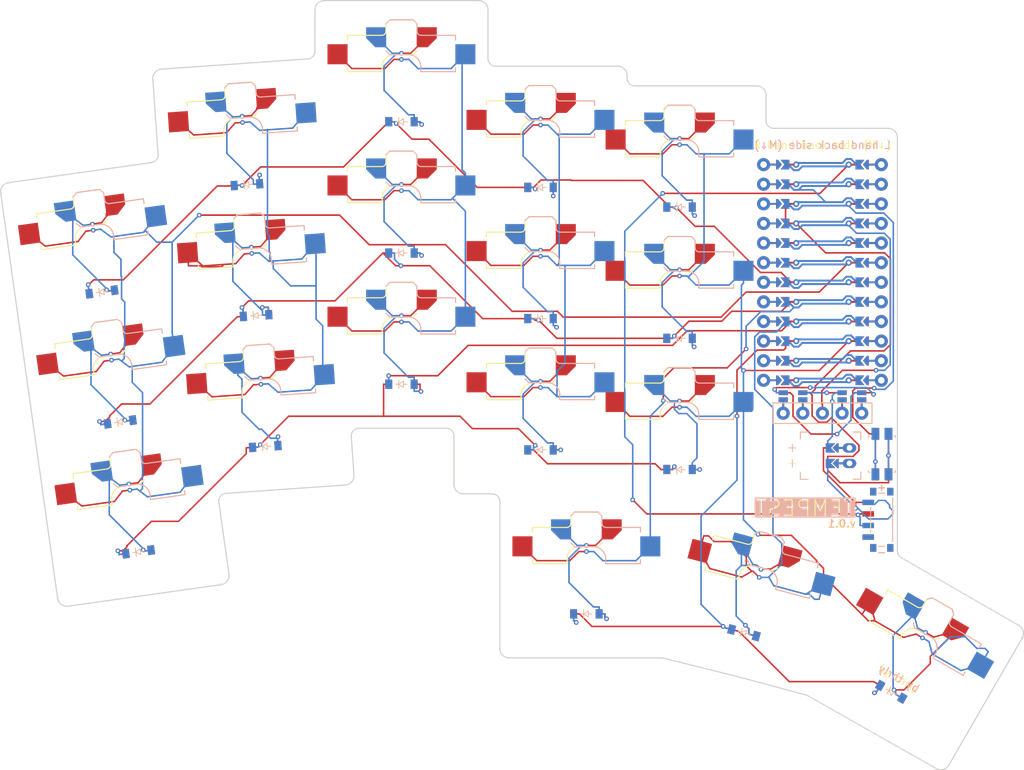
<source format=kicad_pcb>
(kicad_pcb (version 20241229) (generator "pcbnew") (generator_version "9.0")
  (title_block (title "tempest-pcb") (date "2025-04-01") (rev "0.1a") (company "oliver thurley"))
  (layers (0 "F.Cu" signal) (2 "B.Cu" signal) (13 "F.Paste" user) (15 "B.Paste" user) (5 "F.SilkS" user "F.Silkscreen") (7 "B.SilkS" user "B.Silkscreen") (1 "F.Mask" user) (3 "B.Mask" user) (25 "Edge.Cuts" user))
  (net 0 "")
  (net 1 "pinky_bottom")
  (net 2 "col_pinky")
  (net 3 "GND")
  (net 4 "pinky_home")
  (net 5 "pinky_top")
  (net 6 "ring_bottom")
  (net 7 "P19")
  (net 8 "ring_home")
  (net 9 "ring_top")
  (net 10 "middle_bottom")
  (net 11 "P18")
  (net 12 "middle_home")
  (net 13 "middle_top")
  (net 14 "index_bottom")
  (net 15 "P15")
  (net 16 "index_home")
  (net 17 "index_top")
  (net 18 "inner_bottom")
  (net 19 "col_inner")
  (net 20 "inner_home")
  (net 21 "inner_top")
  (net 22 "near_thumb-cluster")
  (net 23 "col_middle")
  (net 24 "mid_thumb-cluster")
  (net 25 "col_index")
  (net 26 "far_thumb-cluster")
  (net 27 "row_bottom")
  (net 28 "row_home")
  (net 29 "row_top")
  (net 30 "row_thumb")
  (net 31 "RAW")
  (net 32 "RST")
  (net 33 "VCC")
  (net 34 "P21")
  (net 35 "col_ring")
  (net 36 "P16")
  (net 37 "P10")
  (net 38 "P1")
  (net 39 "P0")
  (net 40 "P2")
  (net 41 "P3")
  (net 42 "P8")
  (net 43 "P9")
  (net 44 "MCU1_24")
  (net 45 "MCU1_1")
  (net 46 "MCU1_23")
  (net 47 "MCU1_2")
  (net 48 "MCU1_22")
  (net 49 "MCU1_3")
  (net 50 "MCU1_21")
  (net 51 "MCU1_4")
  (net 52 "MCU1_20")
  (net 53 "MCU1_5")
  (net 54 "MCU1_19")
  (net 55 "MCU1_6")
  (net 56 "MCU1_18")
  (net 57 "MCU1_7")
  (net 58 "MCU1_17")
  (net 59 "MCU1_8")
  (net 60 "MCU1_16")
  (net 61 "MCU1_9")
  (net 62 "MCU1_15")
  (net 63 "MCU1_10")
  (net 64 "MCU1_14")
  (net 65 "MCU1_11")
  (net 66 "MCU1_13")
  (net 67 "MCU1_12")
  (net 68 "MOSI")
  (net 69 "SCK")
  (net 70 "CS")
  (net 71 "DISP1_1")
  (net 72 "DISP1_2")
  (net 73 "DISP1_4")
  (net 74 "DISP1_5")
  (net 75 "BAT_P")
  (net 76 "JST1_1")
  (net 77 "JST1_2")
  (footprint "ceoloide:mounting_hole_npth" (layer "F.Cu") (at 111.339 91.6306)
    (property "Reference" "MH4" (hide yes))
    (property "Value" "")
  )
  (footprint "ceoloide:battery_connector_jst_ph_2" (layer "F.Cu") (at 142.739 86.8806 -90)
    (property "Reference" "JST1" (hide yes))
    (property "Value" "")
  )
  (footprint "ceoloide:diode_tht_sod123" (layer "F.Cu") (at 120.739 54.6806)
    (property "Reference" "D15" (hide yes))
    (property "Value" "")
  )
  (footprint "ceoloide:diode_tht_sod123" (layer "F.Cu") (at 65.9214 68.7337 4)
    (property "Reference" "D5" (hide yes))
    (property "Value" "")
  )
  (footprint "ceoloide:diode_tht_sod123" (layer "F.Cu") (at 50.6959 99.3413 8)
    (property "Reference" "D1" (hide yes))
    (property "Value" "")
  )
  (footprint "ceoloide:power_switch_smd_side" (layer "F.Cu") (at 146.899 95.1806)
    (property "Reference" "PWR1" (hide yes))
    (property "Value" "")
  )
  (footprint "ceoloide:diode_tht_sod123" (layer "F.Cu") (at 129.0782 109.8292 -15)
    (property "Reference" "D17" (hide yes))
    (property "Value" "")
  )
  (footprint "ceoloide:diode_tht_sod123" (layer "F.Cu") (at 67.1072 85.6923 4)
    (property "Reference" "D4" (hide yes))
    (property "Value" "")
  )
  (footprint "ceoloide:mounting_hole_npth" (layer "F.Cu") (at 111.379 55.6306)
    (property "Reference" "MH2" (hide yes))
    (property "Value" "")
  )
  (footprint "ceoloide:diode_tht_sod123" (layer "F.Cu") (at 102.739 52.1306)
    (property "Reference" "D12" (hide yes))
    (property "Value" "")
  )
  (footprint "ceoloide:diode_tht_sod123" (layer "F.Cu") (at 84.739 77.6306)
    (property "Reference" "D7" (hide yes))
    (property "Value" "")
  )
  (footprint "ceoloide:diode_tht_sod123" (layer "F.Cu") (at 84.739 60.6306)
    (property "Reference" "D8" (hide yes))
    (property "Value" "")
  )
  (footprint "ceoloide:diode_tht_sod123" (layer "F.Cu") (at 102.739 86.1306)
    (property "Reference" "D10" (hide yes))
    (property "Value" "")
  )
  (footprint "ceoloide:diode_tht_sod123" (layer "F.Cu") (at 48.3299 82.5068 8)
    (property "Reference" "D2" (hide yes))
    (property "Value" "")
  )
  (footprint "ceoloide:diode_tht_sod123" (layer "F.Cu") (at 120.739 71.6806)
    (property "Reference" "D14" (hide yes))
    (property "Value" "")
  )
  (footprint "ceoloide:reset_switch_smd_side" (layer "F.Cu") (at 146.939 86.6806 -90)
    (property "Reference" "RST1" (hide yes))
    (property "Value" "")
  )
  (footprint "ceoloide:mounting_hole_npth" (layer "F.Cu") (at 74.739 46.6306)
    (property "Reference" "MH1" (hide yes))
    (property "Value" "")
  )
  (footprint "ceoloide:diode_tht_sod123" (layer "F.Cu") (at 148.1486 117.4741 -30)
    (property "Reference" "D18" (hide yes))
    (property "Value" "")
  )
  (footprint "ceoloide:mounting_hole_npth" (layer "F.Cu") (at 143.4785 101.6785 -15)
    (property "Reference" "MH3" (hide yes))
    (property "Value" "")
  )
  (footprint "ceoloide:diode_tht_sod123" (layer "F.Cu") (at 84.739 43.6306)
    (property "Reference" "D9" (hide yes))
    (property "Value" "")
  )
  (footprint "ceoloide:diode_tht_sod123" (layer "F.Cu") (at 45.964 65.6722 8)
    (property "Reference" "D3" (hide yes))
    (property "Value" "")
  )
  (footprint "ceoloide:diode_tht_sod123" (layer "F.Cu") (at 120.739 88.6806)
    (property "Reference" "D13" (hide yes))
    (property "Value" "")
  )
  (footprint "ceoloide:diode_tht_sod123" (layer "F.Cu") (at 102.739 69.1306)
    (property "Reference" "D11" (hide yes))
    (property "Value" "")
  )
  (footprint "ceoloide:mounting_hole_npth" (layer "F.Cu") (at 147.039 81.6806)
    (property "Reference" "MH7" (hide yes))
    (property "Value" "")
  )
  (footprint "ceoloide:mounting_hole_npth" (layer "F.Cu") (at 57.6185 84.7519 4)
    (property "Reference" "MH5" (hide yes))
    (property "Value" "")
  )
  (footprint "ceoloide:mounting_hole_npth" (layer "F.Cu") (at 131.139 81.6806)
    (property "Reference" "MH6" (hide yes))
    (property "Value" "")
  )
  (footprint "ceoloide:diode_tht_sod123" (layer "F.Cu") (at 64.7355 51.7751 4)
    (property "Reference" "D6" (hide yes))
    (property "Value" "")
  )
  (footprint "ceoloide:display_nice_view" (layer "F.Cu") (at 139.239 64.6806)
    (property "Reference" "DISP1" (hide yes))
    (property "Value" "")
  )
  (footprint "ceoloide:mcu_nice_nano" (layer "F.Cu") (at 139.239 61.8806)
    (property "Reference" "MCU1" (hide yes))
    (property "Value" "")
  )
  (footprint "ceoloide:diode_tht_sod123" (layer "F.Cu") (at 108.679 107.3806)
    (property "Reference" "D16" (hide yes))
    (property "Value" "")
  )
  (footprint "ceoloide:switch_choc_v1_v2" (layer "B.Cu") (at 120.739 83.6806)
    (property "Reference" "S13" (hide yes))
    (property "Value" "")
  )
  (footprint "ceoloide:switch_choc_v1_v2" (layer "B.Cu") (at 50 94.39 8)
    (property "Reference" "S1" (hide yes))
    (property "Value" "")
  )
  (footprint "ceoloide:switch_choc_v1_v2" (layer "B.Cu") (at 102.739 47.1306)
    (property "Reference" "S12" (hide yes))
    (property "Value" "")
  )
  (footprint "ceoloide:switch_choc_v1_v2" (layer "B.Cu") (at 84.739 55.6306)
    (property "Reference" "S8" (hide yes))
    (property "Value" "")
  )
  (footprint "ceoloide:switch_choc_v1_v2" (layer "B.Cu") (at 102.739 81.1306)
    (property "Reference" "S10" (hide yes))
    (property "Value" "")
  )
  (footprint "ceoloide:switch_choc_v1_v2" (layer "B.Cu") (at 84.739 38.6306)
    (property "Reference" "S9" (hide yes))
    (property "Value" "")
  )
  (footprint "ceoloide:switch_choc_v1_v2" (layer "B.Cu") (at 45.2681 60.7209 8)
    (property "Reference" "S3" (hide yes))
    (property "Value" "")
  )
  (footprint "ceoloide:switch_choc_v1_v2" (layer "B.Cu") (at 120.739 49.6806)
    (property "Reference" "S15" (hide yes))
    (property "Value" "")
  )
  (footprint "ceoloide:switch_choc_v1_v2" (layer "B.Cu") (at 108.679 102.3806)
    (property "Reference" "S16" (hide yes))
    (property "Value" "")
  )
  (footprint "ceoloide:switch_choc_v1_v2" (layer "B.Cu") (at 65.5726 63.7459 4)
    (property "Reference" "S5" (hide yes))
    (property "Value" "")
  )
  (footprint "ceoloide:switch_choc_v1_v2" (layer "B.Cu") (at 84.739 72.6306)
    (property "Reference" "S7" (hide yes))
    (property "Value" "")
  )
  (footprint "ceoloide:switch_choc_v1_v2" (layer "B.Cu") (at 102.739 64.1306)
    (property "Reference" "S11" (hide yes))
    (property "Value" "")
  )
  (footprint "ceoloide:switch_choc_v1_v2" (layer "B.Cu") (at 66.7584 80.7045 4)
    (property "Reference" "S4" (hide yes))
    (property "Value" "")
  )
  (footprint "ceoloide:switch_choc_v1_v2" (layer "B.Cu") (at 64.3867 46.7873 4)
    (property "Reference" "S6" (hide yes))
    (property "Value" "")
  )
  (footprint "ceoloide:switch_choc_v1_v2" (layer "B.Cu") (at 150.6486 113.144 -30)
    (property "Reference" "S18" (hide yes))
    (property "Value" "")
  )
  (footprint "ceoloide:switch_choc_v1_v2" (layer "B.Cu") (at 120.739 66.6806)
    (property "Reference" "S14" (hide yes))
    (property "Value" "")
  )
  (footprint "ceoloide:switch_choc_v1_v2" (layer "B.Cu") (at 47.6341 77.5554 8)
    (property "Reference" "S2" (hide yes))
    (property "Value" "")
  )
  (footprint "ceoloide:switch_choc_v1_v2" (layer "B.Cu") (at 130.3723 104.9996 -15)
    (property "Reference" "S17" (hide yes))
    (property "Value" "")
  )
  (gr_line (start 153.966262 127.414681) (end 137.355289 117.981489) (stroke (width 0.15)) (layer "Edge.Cuts"))
  (gr_arc (start 90.539028 83.33056) (mid 91.246131 83.623461) (end 91.539028 84.33056) (stroke (width 0.15)) (layer "Edge.Cuts"))
  (gr_line (start 130.739028 38.98056) (end 114.939028 38.98056) (stroke (width 0.15)) (layer "Edge.Cuts"))
  (gr_line (start 94.739028 27.93056) (end 74.739028 27.93056) (stroke (width 0.15)) (layer "Edge.Cuts"))
  (gr_arc (start 33.876282 51.516748) (mid 33.876282 51.516748) (end 33.876282 51.516748) (stroke (width 0.15)) (layer "Edge.Cuts"))
  (gr_line (start 72.608784 35.486241) (end 53.664682 36.810942) (stroke (width 0.15)) (layer "Edge.Cuts"))
  (gr_line (start 98.679028 113.08056) (end 118.408649 113.08056) (stroke (width 0.15)) (layer "Edge.Cuts"))
  (gr_arc (start 149.439028 100.090325) (mid 149.072993 99.724303) (end 148.939028 99.2243) (stroke (width 0.15)) (layer "Edge.Cuts"))
  (gr_line (start 32.854968 52.872078) (end 40.231142 105.356285) (stroke (width 0.15)) (layer "Edge.Cuts"))
  (gr_line (start 92.739028 91.83056) (end 96.479028 91.83056) (stroke (width 0.15)) (layer "Edge.Cuts"))
  (gr_line (start 62.020982 91.761893) (end 77.479983 90.680895) (stroke (width 0.15)) (layer "Edge.Cuts"))
  (gr_arc (start 73.539028 34.488677) (mid 73.270392 35.170698) (end 72.608784 35.486241) (stroke (width 0.15)) (layer "Edge.Cuts"))
  (gr_arc (start 132.939028 44.48056) (mid 132.231917 44.187674) (end 131.939028 43.48056) (stroke (width 0.15)) (layer "Edge.Cuts"))
  (gr_arc (start 118.408649 113.08056) (mid 118.530632 113.088022) (end 118.650791 113.110319) (stroke (width 0.15)) (layer "Edge.Cuts"))
  (gr_arc (start 32.854968 52.872078) (mid 32.854968 52.872078) (end 32.854968 52.872078) (stroke (width 0.15)) (layer "Edge.Cuts"))
  (gr_line (start 52.375762 48.916816) (end 33.876282 51.516748) (stroke (width 0.15)) (layer "Edge.Cuts"))
  (gr_arc (start 130.739028 38.98056) (mid 131.587552 39.332039) (end 131.939028 40.18056) (stroke (width 0.15)) (layer "Edge.Cuts"))
  (gr_arc (start 112.739028 36.43056) (mid 113.587552 36.782039) (end 113.939028 37.63056) (stroke (width 0.15)) (layer "Edge.Cuts"))
  (gr_arc (start 53.234153 47.856791) (mid 53.013715 48.555836) (end 52.375762 48.916816) (stroke (width 0.15)) (layer "Edge.Cuts"))
  (gr_arc (start 164.658842 108.877489) (mid 165.21792 109.606136) (end 165.098073 110.51672) (stroke (width 0.15)) (layer "Edge.Cuts"))
  (gr_arc (start 137.120291 117.885129) (mid 137.240864 117.925813) (end 137.355289 117.981489) (stroke (width 0.15)) (layer "Edge.Cuts"))
  (gr_arc (start 147.739028 44.48056) (mid 148.587552 44.832039) (end 148.939028 45.68056) (stroke (width 0.15)) (layer "Edge.Cuts"))
  (gr_arc (start 96.479028 91.83056) (mid 97.186131 92.123461) (end 97.479028 92.83056) (stroke (width 0.15)) (layer "Edge.Cuts"))
  (gr_arc (start 41.586472 106.377599) (mid 40.697315 106.147623) (end 40.231142 105.356285) (stroke (width 0.15)) (layer "Edge.Cuts"))
  (gr_line (start 78.593841 89.400076) (end 78.244224 84.400316) (stroke (width 0.15)) (layer "Edge.Cuts"))
  (gr_arc (start 164.658842 108.877489) (mid 164.658842 108.877489) (end 164.658842 108.877489) (stroke (width 0.15)) (layer "Edge.Cuts"))
  (gr_arc (start 94.739028 27.93056) (mid 95.587552 28.282039) (end 95.939028 29.13056) (stroke (width 0.15)) (layer "Edge.Cuts"))
  (gr_arc (start 92.739028 91.83056) (mid 91.890496 91.479096) (end 91.539028 90.63056) (stroke (width 0.15)) (layer "Edge.Cuts"))
  (gr_line (start 91.539028 84.33056) (end 91.539028 90.63056) (stroke (width 0.15)) (layer "Edge.Cuts"))
  (gr_line (start 128.113499 115.47192) (end 118.650791 113.110319) (stroke (width 0.15)) (layer "Edge.Cuts"))
  (gr_line (start 95.939028 35.43056) (end 95.939028 29.13056) (stroke (width 0.15)) (layer "Edge.Cuts"))
  (gr_arc (start 78.593841 89.400076) (mid 78.30242 90.271054) (end 77.480472 90.680861) (stroke (width 0.15)) (layer "Edge.Cuts"))
  (gr_arc (start 96.939028 36.43056) (mid 96.231917 36.137674) (end 95.939028 35.43056) (stroke (width 0.15)) (layer "Edge.Cuts"))
  (gr_line (start 131.939028 43.48056) (end 131.939028 40.18056) (stroke (width 0.15)) (layer "Edge.Cuts"))
  (gr_line (start 73.539028 34.488677) (end 73.539028 29.13056) (stroke (width 0.15)) (layer "Edge.Cuts"))
  (gr_arc (start 32.854968 52.872078) (mid 33.08494 51.982908) (end 33.876282 51.516748) (stroke (width 0.15)) (layer "Edge.Cuts"))
  (gr_arc (start 40.231142 105.356285) (mid 40.231142 105.356285) (end 40.231142 105.356285) (stroke (width 0.15)) (layer "Edge.Cuts"))
  (gr_line (start 155.598073 126.971202) (end 165.098073 110.51672) (stroke (width 0.15)) (layer "Edge.Cuts"))
  (gr_arc (start 62.413147 102.238808) (mid 62.183182 103.12799) (end 61.391833 103.594137) (stroke (width 0.15)) (layer "Edge.Cuts"))
  (gr_arc (start 155.598073 126.971202) (mid 154.873548 127.529226) (end 153.966262 127.414681) (stroke (width 0.15)) (layer "Edge.Cuts"))
  (gr_line (start 128.130175 115.476235) (end 137.120291 117.885129) (stroke (width 0.15)) (layer "Edge.Cuts"))
  (gr_arc (start 128.113499 115.47192) (mid 128.121846 115.474042) (end 128.130175 115.476235) (stroke (width 0.15)) (layer "Edge.Cuts"))
  (gr_line (start 113.939028 37.98056) (end 113.939028 37.63056) (stroke (width 0.15)) (layer "Edge.Cuts"))
  (gr_arc (start 52.551313 38.091726) (mid 52.84273 37.220733) (end 53.664682 36.810942) (stroke (width 0.15)) (layer "Edge.Cuts"))
  (gr_line (start 164.658842 108.877489) (end 149.439028 100.090325) (stroke (width 0.15)) (layer "Edge.Cuts"))
  (gr_arc (start 98.679028 113.08056) (mid 97.830496 112.729096) (end 97.479028 111.88056) (stroke (width 0.15)) (layer "Edge.Cuts"))
  (gr_line (start 62.413147 102.238808) (end 61.10047 92.89863) (stroke (width 0.15)) (layer "Edge.Cuts"))
  (gr_arc (start 61.100471 92.89863) (mid 61.313614 92.130177) (end 62.020982 91.761893) (stroke (width 0.15)) (layer "Edge.Cuts"))
  (gr_line (start 112.739028 36.43056) (end 96.939028 36.43056) (stroke (width 0.15)) (layer "Edge.Cuts"))
  (gr_line (start 41.586472 106.377599) (end 61.391833 103.594137) (stroke (width 0.15)) (layer "Edge.Cuts"))
  (gr_arc (start 114.939028 38.98056) (mid 114.231917 38.687674) (end 113.939028 37.98056) (stroke (width 0.15)) (layer "Edge.Cuts"))
  (gr_arc (start 73.539028 29.13056) (mid 73.890516 28.282068) (end 74.739028 27.93056) (stroke (width 0.15)) (layer "Edge.Cuts"))
  (gr_line (start 97.479028 111.88056) (end 97.479028 92.83056) (stroke (width 0.15)) (layer "Edge.Cuts"))
  (gr_line (start 147.739028 44.48056) (end 132.939028 44.48056) (stroke (width 0.15)) (layer "Edge.Cuts"))
  (gr_arc (start 165.098073 110.51672) (mid 165.098073 110.51672) (end 165.098073 110.51672) (stroke (width 0.15)) (layer "Edge.Cuts"))
  (gr_line (start 79.241788 83.33056) (end 90.539028 83.33056) (stroke (width 0.15)) (layer "Edge.Cuts"))
  (gr_line (start 52.551313 38.091726) (end 53.234153 47.856791) (stroke (width 0.15)) (layer "Edge.Cuts"))
  (gr_arc (start 78.244224 84.400316) (mid 78.51045 83.648585) (end 79.241788 83.33056) (stroke (width 0.15)) (layer "Edge.Cuts"))
  (gr_line (start 148.939028 99.2243) (end 148.939028 45.68056) (stroke (width 0.15)) (layer "Edge.Cuts"))
  (gr_arc (start 61.391833 103.594137) (mid 61.391833 103.594137) (end 61.391833 103.594137) (stroke (width 0.15)) (layer "Edge.Cuts"))
  (gr_text "by thrly" (at 149.148588 115.742037 -30) (layer "F.SilkS") (effects (font (size 1 1))))
  (gr_text "v.0.1" (at 141.739028 95.68056 0) (layer "F.SilkS") (effects (font (size 1 1))))
  (gr_text "TEMPEST" (at 136.989028 93.68056 0) (layer "F.SilkS" knockout) (effects (font (size 2 2))))
  (gr_text "v.0.1" (at 141.739028 95.68056 0) (layer "B.SilkS") (effects (font (size 1 1)) (justify mirror)))
  (gr_text "TEMPEST" (at 136.989028 93.68056 0) (layer "B.SilkS" knockout) (effects (font (size 2 2)) (justify mirror)))
  (gr_text "by thrly" (at 149.148588 115.742037 -30) (layer "B.SilkS") (effects (font (size 1 1)) (justify mirror)))
  (segment (start 50.649 90.3857) (end 49.4607 90.5527) (width 0.2) (layer "F.Cu") (net 1))
  (segment (start 51.3377 99.1117) (end 51.3188 99.1117) (width 0.2) (layer "F.Cu") (net 1))
  (segment (start 51.4599 99.2339) (end 51.3377 99.1117) (width 0.2) (layer "F.Cu") (net 1))
  (segment (start 51.3188 99.1117) (end 51.2958 99.0887) (width 0.2) (layer "F.Cu") (net 1))
  (segment (start 52.3298 99.1117) (end 51.4599 99.234) (width 0.2) (layer "F.Cu") (net 1))
  (segment (start 52.415 88.0421) (end 50.649 90.3857) (width 0.2) (layer "F.Cu") (net 1))
  (segment (start 51.4599 99.234) (end 51.4599 99.2339) (width 0.2) (layer "F.Cu") (net 1))
  (via (at 51.2958 99.0887) (size 0.6) (drill 0.3) (layers "F.Cu" "B.Cu") (net 1))
  (via (at 49.4607 90.5527) (size 0.6) (drill 0.3) (layers "F.Cu" "B.Cu") (net 1))
  (segment (start 51.3053 98.9318) (end 51.3053 99.0792) (width 0.2) (layer "B.Cu") (net 1))
  (segment (start 51.4599 99.2339) (end 51.4599 99.234) (width 0.2) (layer "B.Cu") (net 1))
  (segment (start 46.9161 94.5426) (end 51.3053 98.9318) (width 0.2) (layer "B.Cu") (net 1))
  (segment (start 46.9161 89.6977) (end 48.2724 90.7197) (width 0.2) (layer "B.Cu") (net 1))
  (segment (start 46.9161 89.6977) (end 46.9161 94.5426) (width 0.2) (layer "B.Cu") (net 1))
  (segment (start 51.3053 99.0792) (end 51.4599 99.2339) (width 0.2) (layer "B.Cu") (net 1))
  (segment (start 51.3053 99.0792) (end 51.2958 99.0887) (width 0.2) (layer "B.Cu") (net 1))
  (segment (start 48.2724 90.7197) (end 49.4607 90.5527) (width 0.2) (layer "B.Cu") (net 1))
  (segment (start 45.9288 88.9537) (end 46.9161 89.6977) (width 0.2) (layer "B.Cu") (net 1))
  (segment (start 52.3298 99.1117) (end 51.4599 99.234) (width 0.2) (layer "B.Cu") (net 1))
  (segment (start 144.014 61.8806) (end 142.639 61.8806) (width 0.25) (layer "F.Cu") (net 2))
  (segment (start 90.4427 59.5535) (end 99.07 68.1808) (width 0.2) (layer "F.Cu") (net 2))
  (segment (start 43.8746 57.8115) (end 44.8402 57.6758) (width 0.2) (layer "F.Cu") (net 2))
  (segment (start 129.3548 65.6906) (end 138.829 65.6906) (width 0.2) (layer "F.Cu") (net 2))
  (segment (start 46.2406 74.6461) (end 47.2061 74.5104) (width 0.2) (layer "F.Cu") (net 2))
  (segment (start 76.7299 55.7211) (end 80.5623 59.5535) (width 0.2) (layer "F.Cu") (net 2))
  (segment (start 45.2371 75.9777) (end 46.2406 74.6461) (width 0.2) (layer "F.Cu") (net 2))
  (segment (start 104.9328 68.1808) (end 105.6876 68.9356) (width 0.2) (layer "F.Cu") (net 2))
  (segment (start 41.2836 91.8282) (end 43.3776 93.4061) (width 0.2) (layer "F.Cu") (net 2))
  (segment (start 105.6876 68.9356) (end 126.1098 68.9356) (width 0.2) (layer "F.Cu") (net 2))
  (segment (start 80.5623 59.5535) (end 90.4427 59.5535) (width 0.2) (layer "F.Cu") (net 2))
  (segment (start 38.6457 59.737) (end 42.8712 59.1431) (width 0.2) (layer "F.Cu") (net 2))
  (segment (start 138.829 65.6906) (end 142.639 61.8806) (width 0.2) (layer "F.Cu") (net 2))
  (segment (start 126.1098 68.9356) (end 129.3548 65.6906) (width 0.2) (layer "F.Cu") (net 2))
  (segment (start 41.0117 76.5715) (end 45.2371 75.9777) (width 0.2) (layer "F.Cu") (net 2))
  (segment (start 38.9177 74.9936) (end 41.0117 76.5715) (width 0.2) (layer "F.Cu") (net 2))
  (segment (start 47.6031 92.8122) (end 48.6065 91.4806) (width 0.2) (layer "F.Cu") (net 2))
  (segment (start 42.8712 59.1431) (end 43.8746 57.8115) (width 0.2) (layer "F.Cu") (net 2))
  (segment (start 99.07 68.1808) (end 104.9328 68.1808) (width 0.2) (layer "F.Cu") (net 2))
  (segment (start 48.6065 91.4806) (end 49.572 91.3449) (width 0.2) (layer "F.Cu") (net 2))
  (segment (start 58.5571 55.7211) (end 76.7299 55.7211) (width 0.2) (layer "F.Cu") (net 2))
  (segment (start 36.5517 58.159) (end 38.6457 59.737) (width 0.2) (layer "F.Cu") (net 2))
  (segment (start 43.3776 93.4061) (end 47.6031 92.8122) (width 0.2) (layer "F.Cu") (net 2))
  (via (at 58.5571 55.7211) (size 0.6) (drill 0.3) (layers "F.Cu" "B.Cu") (net 2))
  (via (at 44.8402 57.6758) (size 0.6) (drill 0.3) (layers "F.Cu" "B.Cu") (net 2))
  (via (at 47.2061 74.5104) (size 0.6) (drill 0.3) (layers "F.Cu" "B.Cu") (net 2))
  (via (at 49.572 91.3449) (size 0.6) (drill 0.3) (layers "F.Cu" "B.Cu") (net 2))
  (segment (start 47.5183 59.7866) (end 47.5183 58.8803) (width 0.2) (layer "B.Cu") (net 2))
  (segment (start 135.539 62.6056) (end 136.139 62.6056) (width 0.25) (layer "B.Cu") (net 2))
  (segment (start 55.0525 70.8812) (end 55.0525 59.2257) (width 0.2) (layer "B.Cu") (net 2))
  (segment (start 48.565 74.6834) (end 48.565 74.5934) (width 0.2) (layer "B.Cu") (net 2))
  (segment (start 47.3711 58.5107) (end 47.1236 58.5455) (width 0.2) (layer "B.Cu") (net 2))
  (segment (start 48.4273 63.5998) (end 48.4273 61.4556) (width 0.2) (layer "B.Cu") (net 2))
  (segment (start 57.6726 89.5248) (end 56.0946 91.6188) (width 0.2) (layer "B.Cu") (net 2))
  (segment (start 136.139 62.6056) (end 136.634 62.1106) (width 0.25) (layer "B.Cu") (net 2))
  (segment (start 49.8841 75.7146) (end 49.8843 75.7148) (width 0.2) (layer "B.Cu") (net 2))
  (segment (start 48.84 74.3184) (end 48.84 72.646) (width 0.2) (layer "B.Cu") (net 2))
  (segment (start 49.8858 77.3827) (end 51.2236 78.7205) (width 0.2) (layer "B.Cu") (net 2))
  (segment (start 51.2236 89.3478) (end 51.2059 89.3655) (width 0.2) (layer "B.Cu") (net 2))
  (segment (start 48.1579 74.3766) (end 47.2061 74.5104) (width 0.2) (layer "B.Cu") (net 2))
  (segment (start 49.8843 76.6211) (end 49.8858 76.6226) (width 0.2) (layer "B.Cu") (net 2))
  (segment (start 49.8841 75.4922) (end 49.8841 75.7146) (width 0.2) (layer "B.Cu") (net 2))
  (segment (start 48.5042 63.6767) (end 48.4273 63.5998) (width 0.2) (layer "B.Cu") (net 2))
  (segment (start 48.4273 61.4556) (end 47.5198 60.5481) (width 0.2) (layer "B.Cu") (net 2))
  (segment (start 50.9309 91.4279) (end 50.9309 91.5179) (width 0.2) (layer "B.Cu") (net 2))
  (segment (start 51.2059 89.3655) (end 51.2059 91.1529) (width 0.2) (layer "B.Cu") (net 2))
  (segment (start 53.0686 59.2257) (end 51.5475 57.7046) (width 0.2) (layer "B.Cu") (net 2))
  (segment (start 48.565 74.6834) (end 48.1579 74.3766) (width 0.2) (layer "B.Cu") (net 2))
  (segment (start 51.3628 57.9497) (end 47.3711 58.5107) (width 0.2) (layer "B.Cu") (net 2))
  (segment (start 48.565 74.5934) (end 48.84 74.3184) (width 0.2) (layer "B.Cu") (net 2))
  (segment (start 49.7371 75.3452) (end 49.4895 75.38) (width 0.2) (layer "B.Cu") (net 2))
  (segment (start 49.4895 75.38) (end 48.565 74.6834) (width 0.2) (layer "B.Cu") (net 2))
  (segment (start 45.792 57.542) (end 44.8402 57.6758) (width 0.2) (layer "B.Cu") (net 2))
  (segment (start 51.5475 57.7046) (end 51.3628 57.9497) (width 0.2) (layer "B.Cu") (net 2))
  (segment (start 48.5042 66.5757) (end 48.5042 63.6767) (width 0.2) (layer "B.Cu") (net 2))
  (segment (start 53.7287 74.7843) (end 49.7371 75.3452) (width 0.2) (layer "B.Cu") (net 2))
  (segment (start 51.2236 78.7205) (end 51.2236 89.3478) (width 0.2) (layer "B.Cu") (net 2))
  (segment (start 142.409 62.1106) (end 142.639 61.8806) (width 0.2) (layer "B.Cu") (net 2))
  (segment (start 49.8858 76.6226) (end 49.8858 77.3827) (width 0.2) (layer "B.Cu") (net 2))
  (segment (start 47.5181 58.8801) (end 47.5181 58.6577) (width 0.2) (layer "B.Cu") (net 2))
  (segment (start 134.814 61.8806) (end 135.539 62.6056) (width 0.25) (layer "B.Cu") (net 2))
  (segment (start 50.9309 91.5179) (end 50.5239 91.2112) (width 0.2) (layer "B.Cu") (net 2))
  (segment (start 48.9119 72.5741) (end 48.9119 66.9834) (width 0.2) (layer "B.Cu") (net 2))
  (segment (start 47.5198 59.7881) (end 47.5183 59.7866) (width 0.2) (layer "B.Cu") (net 2))
  (segment (start 48.9119 66.9834) (end 48.5042 66.5757) (width 0.2) (layer "B.Cu") (net 2))
  (segment (start 55.0525 59.2257) (end 53.0686 59.2257) (width 0.2) (layer "B.Cu") (net 2))
  (segment (start 50.5239 91.2112) (end 49.572 91.3449) (width 0.2) (layer "B.Cu") (net 2))
  (segment (start 47.5181 58.6577) (end 47.3711 58.5107) (width 0.2) (layer "B.Cu") (net 2))
  (segment (start 47.1236 58.5455) (end 45.792 57.542) (width 0.2) (layer "B.Cu") (net 2))
  (segment (start 55.3067 72.6902) (end 55.0524 70.8812) (width 0.2) (layer "B.Cu") (net 2))
  (segment (start 55.0525 59.2257) (end 58.5571 55.7211) (width 0.2) (layer "B.Cu") (net 2))
  (segment (start 47.5183 58.8803) (end 47.5181 58.8801) (width 0.2) (layer "B.Cu") (net 2))
  (segment (start 49.7371 75.3452) (end 49.8841 75.4922) (width 0.2) (layer "B.Cu") (net 2))
  (segment (start 55.3066 72.6903) (end 53.7287 74.7843) (width 0.2) (layer "B.Cu") (net 2))
  (segment (start 47.5198 60.5481) (end 47.5198 59.7881) (width 0.2) (layer "B.Cu") (net 2))
  (segment (start 49.8843 75.7148) (end 49.8843 76.6211) (width 0.2) (layer "B.Cu") (net 2))
  (segment (start 56.0946 91.6188) (end 51.8555 92.2146) (width 0.2) (layer "B.Cu") (net 2))
  (segment (start 55.0524 70.8812) (end 55.0525 70.8812) (width 0.2) (layer "B.Cu") (net 2))
  (segment (start 134.464 61.8806) (end 134.814 61.8806) (width 0.25) (layer "B.Cu") (net 2))
  (segment (start 136.634 62.1106) (end 142.409 62.1106) (width 0.25) (layer "B.Cu") (net 2))
  (segment (start 48.84 72.646) (end 48.9119 72.5741) (width 0.2) (layer "B.Cu") (net 2))
  (segment (start 51.8555 92.2146) (end 50.9309 91.5179) (width 0.2) (layer "B.Cu") (net 2))
  (segment (start 52.9407 55.8557) (end 51.5475 57.7046) (width 0.2) (layer "B.Cu") (net 2))
  (segment (start 51.2059 91.1529) (end 50.9309 91.4279) (width 0.2) (layer "B.Cu") (net 2))
  (segment (start 144.014 51.7206) (end 142.639 51.7206) (width 0.25) (layer "F.Cu") (net 3))
  (segment (start 137.9005 79.0304) (end 137.6007 78.7306) (width 0.2) (layer "F.Cu") (net 3))
  (segment (start 147.2189 73.3106) (end 148.05 72.4795) (width 0.2) (layer "F.Cu") (net 3))
  (segment (start 134.464 56.8006) (end 135.839 56.8006) (width 0.25) (layer "F.Cu") (net 3))
  (segment (start 138.323 78.2429) (end 138.323 77.8579) (width 0.2) (layer "F.Cu") (net 3))
  (segment (start 140.3956 81.9702) (end 139.8115 82.5543) (width 0.2) (layer "F.Cu") (net 3))
  (segment (start 139.923 88.1179) (end 139.923 88.7823) (width 0.2) (layer "F.Cu") (net 3))
  (segment (start 139.649 60.6106) (end 135.839 56.8006) (width 0.2) (layer "F.Cu") (net 3))
  (segment (start 137.9005 81.7166) (end 137.9005 79.0304) (width 0.2) (layer "F.Cu") (net 3))
  (segment (start 147.789 90.3823) (end 141.523 90.3823) (width 0.2) (layer "F.Cu") (net 3))
  (segment (start 147.2811 60.6106) (end 139.649 60.6106) (width 0.2) (layer "F.Cu") (net 3))
  (segment (start 134.464 54.2606) (end 135.1515 54.2606) (width 0.25) (layer "F.Cu") (net 3))
  (segment (start 134.464 54.9481) (end 134.464 56.8006) (width 0.2) (layer "F.Cu") (net 3))
  (segment (start 135.1515 54.2606) (end 135.839 54.2606) (width 0.25) (layer "F.Cu") (net 3))
  (segment (start 140.5101 81.8557) (end 140.3956 81.9702) (width 0.2) (layer "F.Cu") (net 3))
  (segment (start 147.789 84.0556) (end 147.789 86.8611) (width 0.2) (layer "F.Cu") (net 3))
  (segment (start 141.523 90.3823) (end 139.923 88.7823) (width 0.2) (layer "F.Cu") (net 3))
  (segment (start 143.9644 85.5391) (end 140.3956 81.9702) (width 0.2) (layer "F.Cu") (net 3))
  (segment (start 142.8703 73.3106) (end 147.2189 73.3106) (width 0.2) (layer "F.Cu") (net 3))
  (segment (start 139.923 87.8806) (end 139.923 86.9789) (width 0.2) (layer "F.Cu") (net 3))
  (segment (start 148.05 72.4795) (end 148.05 61.3795) (width 0.2) (layer "F.Cu") (net 3))
  (segment (start 138.323 77.8579) (end 142.8703 73.3106) (width 0.2) (layer "F.Cu") (net 3))
  (segment (start 148.05 61.3795) (end 147.2811 60.6106) (width 0.2) (layer "F.Cu") (net 3))
  (segment (start 143.2119 86.9789) (end 143.9644 86.2264) (width 0.2) (layer "F.Cu") (net 3))
  (segment (start 137.8353 78.7306) (end 138.323 78.2429) (width 0.2) (layer "F.Cu") (net 3))
  (segment (start 135.1515 54.2606) (end 134.464 54.9481) (width 0.2) (layer "F.Cu") (net 3))
  (segment (start 138.7382 82.5543) (end 137.9005 81.7166) (width 0.2) (layer "F.Cu") (net 3))
  (segment (start 143.9644 86.2264) (end 143.9644 85.5391) (width 0.2) (layer "F.Cu") (net 3))
  (segment (start 136.699 78.7306) (end 137.6007 78.7306) (width 0.2) (layer "F.Cu") (net 3))
  (segment (start 139.923 88.1179) (end 139.923 87.8806) (width 0.2) (layer "F.Cu") (net 3))
  (segment (start 147.789 89.3056) (end 147.789 90.3823) (width 0.2) (layer "F.Cu") (net 3))
  (segment (start 139.8115 82.5543) (end 138.7382 82.5543) (width 0.2) (layer "F.Cu") (net 3))
  (segment (start 137.6007 78.7306) (end 137.8353 78.7306) (width 0.2) (layer "F.Cu") (net 3))
  (segment (start 139.923 86.9789) (end 143.2119 86.9789) (width 0.2) (layer "F.Cu") (net 3))
  (segment (start 140.5101 79.8698) (end 140.5101 81.8557) (width 0.2) (layer "F.Cu") (net 3))
  (segment (start 147.789 86.8611) (end 147.789 89.3056) (width 0.2) (layer "F.Cu") (net 3))
  (via (at 140.5101 79.8698) (size 0.6) (drill 0.3) (layers "F.Cu" "B.Cu") (net 3))
  (via (at 147.789 86.8611) (size 0.6) (drill 0.3) (layers "F.Cu" "B.Cu") (net 3))
  (segment (start 139.643 54.0406) (end 136.059 54.0406) (width 0.25) (layer "B.Cu") (net 3))
  (segment (start 143.664 56.8006) (end 142.939 56.0756) (width 0.25) (layer "B.Cu") (net 3))
  (segment (start 136.139 52.4456) (end 136.634 51.9506) (width 0.25) (layer "B.Cu") (net 3))
  (segment (start 143.664 54.2606) (end 142.939 53.5356) (width 0.25) (layer "B.Cu") (net 3))
  (segment (start 141.834 56.5806) (end 136.059 56.5806) (width 0.25) (layer "B.Cu") (net 3))
  (segment (start 144.014 54.2606) (end 143.664 54.2606) (width 0.25) (layer "B.Cu") (net 3))
  (segment (start 136.634 51.9506) (end 142.409 51.9506) (width 0.25) (layer "B.Cu") (net 3))
  (segment (start 147.789 89.3056) (end 147.789 86.8611) (width 0.2) (layer "B.Cu") (net 3))
  (segment (start 140.8773 78.7306) (end 140.5101 79.0978) (width 0.2) (layer "B.Cu") (net 3))
  (segment (start 142.939 53.5356) (end 142.339 53.5356) (width 0.25) (layer "B.Cu") (net 3))
  (segment (start 134.464 51.7206) (end 134.814 51.7206) (width 0.25) (layer "B.Cu") (net 3))
  (segment (start 136.059 56.5806) (end 135.839 56.8006) (width 0.2) (layer "B.Cu") (net 3))
  (segment (start 140.5101 79.0978) (end 140.5101 79.8698) (width 0.2) (layer "B.Cu") (net 3))
  (segment (start 136.059 54.0406) (end 135.839 54.2606) (width 0.2) (layer "B.Cu") (net 3))
  (segment (start 139.923 85.8806) (end 139.923 84.9789) (width 0.2) (layer "B.Cu") (net 3))
  (segment (start 140.5101 79.8698) (end 140.5101 84.3918) (width 0.2) (layer "B.Cu") (net 3))
  (segment (start 147.789 84.0556) (end 147.789 86.8611) (width 0.2) (layer "B.Cu") (net 3))
  (segment (start 139.643 54.0406) (end 138.048 52.4456) (width 0.2) (layer "B.Cu") (net 3))
  (segment (start 142.339 53.5356) (end 141.834 54.0406) (width 0.25) (layer "B.Cu") (net 3))
  (segment (start 134.814 51.7206) (end 135.539 52.4456) (width 0.25) (layer "B.Cu") (net 3))
  (segment (start 141.834 54.0406) (end 139.643 54.0406) (width 0.25) (layer "B.Cu") (net 3))
  (segment (start 142.939 56.0756) (end 142.339 56.0756) (width 0.25) (layer "B.Cu") (net 3))
  (segment (start 142.409 51.9506) (end 142.639 51.7206) (width 0.2) (layer "B.Cu") (net 3))
  (segment (start 142.339 56.0756) (end 141.834 56.5806) (width 0.25) (layer "B.Cu") (net 3))
  (segment (start 144.014 56.8006) (end 143.664 56.8006) (width 0.25) (layer "B.Cu") (net 3))
  (segment (start 135.539 52.4456) (end 136.139 52.4456) (width 0.25) (layer "B.Cu") (net 3))
  (segment (start 141.779 78.7306) (end 140.8773 78.7306) (width 0.2) (layer "B.Cu") (net 3))
  (segment (start 140.5101 84.3918) (end 139.923 84.9789) (width 0.2) (layer "B.Cu") (net 3))
  (segment (start 138.048 52.4456) (end 136.139 52.4456) (width 0.2) (layer "B.Cu") (net 3))
  (segment (start 48.8929 72.3637) (end 48.8929 72.7419) (width 0.2) (layer "F.Cu") (net 4))
  (segment (start 50.0491 71.2076) (end 48.8929 72.7419) (width 0.2) (layer "F.Cu") (net 4))
  (segment (start 49.9638 82.2772) (end 49.0939 82.3995) (width 0.2) (layer "F.Cu") (net 4))
  (segment (start 49.0939 82.3995) (end 49.0939 82.3994) (width 0.2) (layer "F.Cu") (net 4))
  (segment (start 48.8929 72.7419) (end 48.2831 73.5511) (width 0.2) (layer "F.Cu") (net 4))
  (segment (start 48.2831 73.5511) (end 47.0948 73.7182) (width 0.2) (layer "F.Cu") (net 4))
  (segment (start 48.9717 82.2772) (end 48.928 82.2772) (width 0.2) (layer "F.Cu") (net 4))
  (segment (start 49.0939 82.3994) (end 48.9717 82.2772) (width 0.2) (layer "F.Cu") (net 4))
  (segment (start 50.0491 71.2075) (end 48.8929 72.3637) (width 0.2) (layer "F.Cu") (net 4))
  (via (at 48.928 82.2772) (size 0.6) (drill 0.3) (layers "F.Cu" "B.Cu") (net 4))
  (via (at 47.0948 73.7182) (size 0.6) (drill 0.3) (layers "F.Cu" "B.Cu") (net 4))
  (segment (start 44.5502 73.7135) (end 44.5502 77.708) (width 0.2) (layer "B.Cu") (net 4))
  (segment (start 48.9499 82.1077) (end 48.9499 82.2553) (width 0.2) (layer "B.Cu") (net 4))
  (segment (start 43.5629 72.1191) (end 44.5502 73.1064) (width 0.2) (layer "B.Cu") (net 4))
  (segment (start 44.5502 73.1064) (end 44.5502 73.7135) (width 0.2) (layer "B.Cu") (net 4))
  (segment (start 45.9064 73.8852) (end 47.0948 73.7182) (width 0.2) (layer "B.Cu") (net 4))
  (segment (start 44.5502 72.8632) (end 45.9064 73.8852) (width 0.2) (layer "B.Cu") (net 4))
  (segment (start 48.9499 82.2553) (end 48.928 82.2772) (width 0.2) (layer "B.Cu") (net 4))
  (segment (start 49.9638 82.2772) (end 49.0939 82.3995) (width 0.2) (layer "B.Cu") (net 4))
  (segment (start 44.5502 77.708) (end 48.9499 82.1077) (width 0.2) (layer "B.Cu") (net 4))
  (segment (start 48.9499 82.2553) (end 49.0939 82.3994) (width 0.2) (layer "B.Cu") (net 4))
  (segment (start 49.0939 82.3994) (end 49.0939 82.3995) (width 0.2) (layer "B.Cu") (net 4))
  (segment (start 43.5628 72.1191) (end 44.5502 72.8632) (width 0.2) (layer "B.Cu") (net 4))
  (segment (start 44.5502 72.8632) (end 44.5502 73.7135) (width 0.2) (layer "B.Cu") (net 4))
  (segment (start 45.9171 56.7166) (end 44.7288 56.8836) (width 0.2) (layer "F.Cu") (net 5))
  (segment (start 46.5269 55.9074) (end 45.9171 56.7166) (width 0.2) (layer "F.Cu") (net 5))
  (segment (start 46.567 65.4038) (end 46.728 65.5648) (width 0.2) (layer "F.Cu") (net 5))
  (segment (start 46.728 65.5648) (end 46.728 65.5649) (width 0.2) (layer "F.Cu") (net 5))
  (segment (start 47.6832 54.373) (end 46.5269 55.9074) (width 0.2) (layer "F.Cu") (net 5))
  (segment (start 47.6831 54.373) (end 46.5269 55.5292) (width 0.2) (layer "F.Cu") (net 5))
  (segment (start 46.5269 55.5292) (end 46.5269 55.9074) (width 0.2) (layer "F.Cu") (net 5))
  (segment (start 47.5979 65.4426) (end 46.728 65.5649) (width 0.2) (layer "F.Cu") (net 5))
  (via (at 44.7288 56.8836) (size 0.6) (drill 0.3) (layers "F.Cu" "B.Cu") (net 5))
  (via (at 46.567 65.4038) (size 0.6) (drill 0.3) (layers "F.Cu" "B.Cu") (net 5))
  (segment (start 42.1842 56.0286) (end 43.5405 57.0506) (width 0.2) (layer "B.Cu") (net 5))
  (segment (start 46.567 65.2563) (end 42.1842 60.8735) (width 0.2) (layer "B.Cu") (net 5))
  (segment (start 47.5979 65.4426) (end 46.728 65.5649) (width 0.2) (layer "B.Cu") (net 5))
  (segment (start 46.728 65.5648) (end 46.567 65.4038) (width 0.2) (layer "B.Cu") (net 5))
  (segment (start 42.1842 60.8735) (end 42.1842 56.0286) (width 0.2) (layer "B.Cu") (net 5))
  (segment (start 46.567 65.4038) (end 46.567 65.2563) (width 0.2) (layer "B.Cu") (net 5))
  (segment (start 43.5405 57.0506) (end 44.7288 56.8836) (width 0.2) (layer "B.Cu") (net 5))
  (segment (start 46.728 65.5649) (end 46.728 65.5648) (width 0.2) (layer "B.Cu") (net 5))
  (segment (start 41.1969 55.2846) (end 42.1842 56.0286) (width 0.2) (layer "B.Cu") (net 5))
  (segment (start 69.6104 74.5405) (end 67.6852 76.7552) (width 0.2) (layer "F.Cu") (net 6))
  (segment (start 68.6866 84.6253) (end 68.6865 84.6253) (width 0.2) (layer "F.Cu") (net 6))
  (segment (start 68.7532 85.5772) (end 68.6866 84.6253) (width 0.2) (layer "F.Cu") (net 6))
  (segment (start 67.6852 76.7552) (end 66.4881 76.8389) (width 0.2) (layer "F.Cu") (net 6))
  (segment (start 68.6865 84.4977) (end 68.7532 84.431) (width 0.2) (layer "F.Cu") (net 6))
  (segment (start 68.6865 84.6253) (end 68.6865 84.4977) (width 0.2) (layer "F.Cu") (net 6))
  (via (at 66.4881 76.8389) (size 0.6) (drill 0.3) (layers "F.Cu" "B.Cu") (net 6))
  (via (at 68.7532 84.431) (size 0.6) (drill 0.3) (layers "F.Cu" "B.Cu") (net 6))
  (segment (start 66.6333 83.4573) (end 67.8013 84.6253) (width 0.2) (layer "B.Cu") (net 6))
  (segment (start 65.2911 76.9226) (end 66.4881 76.8389) (width 0.2) (layer "B.Cu") (net 6))
  (segment (start 68.7532 85.5772) (end 68.6866 84.6253) (width 0.2) (layer "B.Cu") (net 6))
  (segment (start 63.5592 76.461) (end 64.0967 76.9985) (width 0.2) (layer "B.Cu") (net 6))
  (segment (start 63.0764 74.9974) (end 63.5592 75.4802) (width 0.2) (layer "B.Cu") (net 6))
  (segment (start 64.0967 81.259) (end 66.295 83.4573) (width 0.2) (layer "B.Cu") (net 6))
  (segment (start 66.295 83.4573) (end 66.6333 83.4573) (width 0.2) (layer "B.Cu") (net 6))
  (segment (start 67.8013 84.6253) (end 68.6866 84.6253) (width 0.2) (layer "B.Cu") (net 6))
  (segment (start 63.0764 74.9974) (end 65.2911 76.9226) (width 0.2) (layer "B.Cu") (net 6))
  (segment (start 64.0967 76.9985) (end 64.0967 81.259) (width 0.2) (layer "B.Cu") (net 6))
  (segment (start 63.5592 75.4802) (end 63.5592 76.461) (width 0.2) (layer "B.Cu") (net 6))
  (segment (start 63.0763 74.9974) (end 63.0764 74.9974) (width 0.2) (layer "B.Cu") (net 6))
  (segment (start 68.6866 84.6253) (end 68.7532 84.5587) (width 0.2) (layer "B.Cu") (net 6))
  (segment (start 68.7532 84.5587) (end 68.7532 84.431) (width 0.2) (layer "B.Cu") (net 6))
  (segment (start 65.5713 77.705) (end 66.5439 77.637) (width 0.2) (layer "F.Cu") (net 7))
  (segment (start 63.1996 43.7878) (end 64.1722 43.7198) (width 0.2) (layer "F.Cu") (net 7))
  (segment (start 58.7657 62.2918) (end 58.8894 62.4155) (width 0.2) (layer "F.Cu") (net 7))
  (segment (start 57.8491 45.3438) (end 62.1057 45.0462) (width 0.2) (layer "F.Cu") (net 7))
  (segment (start 63.2916 62.0048) (end 64.3855 60.7464) (width 0.2) (layer "F.Cu") (net 7))
  (segment (start 57.0562 60.5823) (end 57.1758 62.2918) (width 0.2) (layer "F.Cu") (net 7))
  (segment (start 60.2208 79.261) (end 64.4774 78.9634) (width 0.2) (layer "F.Cu") (net 7))
  (segment (start 59.035 62.3024) (end 61.757 62.1121) (width 0.2) (layer "F.Cu") (net 7))
  (segment (start 55.8703 43.6237) (end 57.8491 45.3438) (width 0.2) (layer "F.Cu") (net 7))
  (segment (start 61.757 62.1121) (end 63.2916 62.0048) (width 0.2) (layer "F.Cu") (net 7))
  (segment (start 61.4536 62.4155) (end 61.757 62.1121) (width 0.2) (layer "F.Cu") (net 7))
  (segment (start 58.242 77.5409) (end 60.2208 79.261) (width 0.2) (layer "F.Cu") (net 7))
  (segment (start 57.1758 62.2918) (end 58.7657 62.2918) (width 0.2) (layer "F.Cu") (net 7))
  (segment (start 64.3855 60.7464) (end 65.3581 60.6784) (width 0.2) (layer "F.Cu") (net 7))
  (segment (start 64.4774 78.9634) (end 65.5713 77.705) (width 0.2) (layer "F.Cu") (net 7))
  (segment (start 58.8894 62.4155) (end 61.4536 62.4155) (width 0.2) (layer "F.Cu") (net 7))
  (segment (start 62.1057 45.0462) (end 63.1996 43.7878) (width 0.2) (layer "F.Cu") (net 7))
  (segment (start 57.0561 60.5823) (end 59.035 62.3024) (width 0.2) (layer "F.Cu") (net 7))
  (via (at 64.1722 43.7198) (size 0.6) (drill 0.3) (layers "F.Cu" "B.Cu") (net 7))
  (via (at 65.3581 60.6784) (size 0.6) (drill 0.3) (layers "F.Cu" "B.Cu") (net 7))
  (via (at 66.5439 77.637) (size 0.6) (drill 0.3) (layers "F.Cu" "B.Cu") (net 7))
  (segment (start 73.6855 64.8826) (end 70.3804 64.8826) (width 0.2) (layer "B.Cu") (net 7))
  (segment (start 73.6855 61.1373) (end 73.6855 64.8826) (width 0.2) (layer "B.Cu") (net 7))
  (segment (start 67.5028 77.5699) (end 66.5439 77.637) (width 0.2) (layer "B.Cu") (net 7))
  (segment (start 74.7517 76.3864) (end 74.5472 76.6216) (width 0.2) (layer "B.Cu") (net 7))
  (segment (start 67.7083 61.6959) (end 67.5753 61.7052) (width 0.2) (layer "B.Cu") (net 7))
  (segment (start 67.6163 58.4151) (end 67.6163 60.4805) (width 0.2) (layer "B.Cu") (net 7))
  (segment (start 67.397 44.6761) (end 66.3894 44.7466) (width 0.2) (layer "B.Cu") (net 7))
  (segment (start 66.3169 60.6113) (end 65.3581 60.6784) (width 0.2) (layer "B.Cu") (net 7))
  (segment (start 67.6163 60.4805) (end 67.7083 60.5725) (width 0.2) (layer "B.Cu") (net 7))
  (segment (start 67.3969 44.6762) (end 67.3969 58.1957) (width 0.2) (layer "B.Cu") (net 7))
  (segment (start 68.7611 78.6638) (end 67.5028 77.5699) (width 0.2) (layer "B.Cu") (net 7))
  (segment (start 67.5753 61.7052) (end 66.3169 60.6113) (width 0.2) (layer "B.Cu") (net 7))
  (segment (start 70.3804 64.8826) (end 68.1386 62.6408) (width 0.2) (layer "B.Cu") (net 7))
  (segment (start 70.6598 44.448) (end 67.397 44.6761) (width 0.2) (layer "B.Cu") (net 7))
  (segment (start 73.6855 69.1986) (end 74.5472 70.0603) (width 0.2) (layer "B.Cu") (net 7))
  (segment (start 72.38 42.4692) (end 70.6598 44.448) (width 0.2) (layer "B.Cu") (net 7))
  (segment (start 73.5659 59.4278) (end 73.6855 61.1373) (width 0.2) (layer "B.Cu") (net 7))
  (segment (start 67.7083 60.5725) (end 67.7083 61.6959) (width 0.2) (layer "B.Cu") (net 7))
  (segment (start 66.3894 44.7466) (end 65.131 43.6528) (width 0.2) (layer "B.Cu") (net 7))
  (segment (start 65.131 43.6528) (end 64.1722 43.7198) (width 0.2) (layer "B.Cu") (net 7))
  (segment (start 68.1386 62.6408) (end 68.1386 61.6658) (width 0.2) (layer "B.Cu") (net 7))
  (segment (start 73.5658 59.4278) (end 71.8457 61.4066) (width 0.2) (layer "B.Cu") (net 7))
  (segment (start 67.397 44.6761) (end 67.3969 44.6762) (width 0.2) (layer "B.Cu") (net 7))
  (segment (start 73.6855 64.8826) (end 73.6855 69.1986) (width 0.2) (layer "B.Cu") (net 7))
  (segment (start 74.5472 76.6216) (end 73.0315 78.3652) (width 0.2) (layer "B.Cu") (net 7))
  (segment (start 71.8457 61.4066) (end 68.1386 61.6658) (width 0.2) (layer "B.Cu") (net 7))
  (segment (start 73.0315 78.3652) (end 68.7611 78.6638) (width 0.2) (layer "B.Cu") (net 7))
  (segment (start 67.3969 58.1957) (end 67.6163 58.4151) (width 0.2) (layer "B.Cu") (net 7))
  (segment (start 68.1386 61.6658) (end 67.7083 61.6959) (width 0.2) (layer "B.Cu") (net 7))
  (segment (start 74.5472 70.0603) (end 74.5472 76.6216) (width 0.2) (layer "B.Cu") (net 7))
  (segment (start 67.5008 67.6667) (end 66.8596 67.6667) (width 0.2) (layer "F.Cu") (net 8))
  (segment (start 67.5674 68.6186) (end 67.5008 67.6667) (width 0.2) (layer "F.Cu") (net 8))
  (segment (start 66.4993 59.7966) (end 65.3023 59.8803) (width 0.2) (layer "F.Cu") (net 8))
  (segment (start 68.4246 57.5819) (end 68.4245 57.5819) (width 0.2) (layer "F.Cu") (net 8))
  (segment (start 68.4245 57.5819) (end 66.4993 59.7966) (width 0.2) (layer "F.Cu") (net 8))
  (segment (start 66.8596 67.6667) (end 66.842 67.6843) (width 0.2) (layer "F.Cu") (net 8))
  (segment (start 66.842 67.6843) (end 66.7245 67.6843) (width 0.2) (layer "F.Cu") (net 8))
  (via (at 65.3023 59.8803) (size 0.6) (drill 0.3) (layers "F.Cu" "B.Cu") (net 8))
  (via (at 66.7245 67.6843) (size 0.6) (drill 0.3) (layers "F.Cu" "B.Cu") (net 8))
  (segment (start 67.5674 68.6186) (end 67.5008 67.6667) (width 0.2) (layer "B.Cu") (net 8))
  (segment (start 67.5008 67.6667) (end 66.8596 67.6667) (width 0.2) (layer "B.Cu") (net 8))
  (segment (start 67.5674 68.6186) (end 66.7546 68.6755) (width 0.2) (layer "B.Cu") (net 8))
  (segment (start 62.9109 64.3004) (end 62.9109 58.9258) (width 0.2) (layer "B.Cu") (net 8))
  (segment (start 66.8596 67.6667) (end 66.842 67.6843) (width 0.2) (layer "B.Cu") (net 8))
  (segment (start 64.1052 59.964) (end 65.3023 59.8803) (width 0.2) (layer "B.Cu") (net 8))
  (segment (start 66.842 67.6843) (end 66.7245 67.6843) (width 0.2) (layer "B.Cu") (net 8))
  (segment (start 66.7546 68.1441) (end 62.9109 64.3004) (width 0.2) (layer "B.Cu") (net 8))
  (segment (start 66.7546 68.6755) (end 66.7546 68.1441) (width 0.2) (layer "B.Cu") (net 8))
  (segment (start 62.9109 58.9258) (end 64.1052 59.964) (width 0.2) (layer "B.Cu") (net 8))
  (segment (start 61.8905 58.0388) (end 62.9109 58.9258) (width 0.2) (layer "B.Cu") (net 8))
  (segment (start 66.3149 50.7081) (end 66.3148 50.7081) (width 0.2) (layer "F.Cu") (net 9))
  (segment (start 66.3148 50.7081) (end 66.3148 50.5914) (width 0.2) (layer "F.Cu") (net 9))
  (segment (start 66.3815 51.66) (end 66.3149 50.7081) (width 0.2) (layer "F.Cu") (net 9))
  (segment (start 67.2387 40.6233) (end 66.0004 41.8616) (width 0.2) (layer "F.Cu") (net 9))
  (segment (start 67.2387 40.6234) (end 66.0004 42.0478) (width 0.2) (layer "F.Cu") (net 9))
  (segment (start 65.3135 42.838) (end 64.1164 42.9218) (width 0.2) (layer "F.Cu") (net 9))
  (segment (start 66.0004 42.0478) (end 65.3135 42.838) (width 0.2) (layer "F.Cu") (net 9))
  (segment (start 66.3148 50.5914) (end 66.3815 50.5247) (width 0.2) (layer "F.Cu") (net 9))
  (segment (start 66.0004 41.8616) (end 66.0004 42.0478) (width 0.2) (layer "F.Cu") (net 9))
  (via (at 64.1164 42.9218) (size 0.6) (drill 0.3) (layers "F.Cu" "B.Cu") (net 9))
  (via (at 66.3815 50.5247) (size 0.6) (drill 0.3) (layers "F.Cu" "B.Cu") (net 9))
  (segment (start 60.7046 41.0803) (end 61.4131 41.6962) (width 0.2) (layer "B.Cu") (net 9))
  (segment (start 66.3815 50.6415) (end 66.3815 50.5247) (width 0.2) (layer "B.Cu") (net 9))
  (segment (start 60.7971 41.0802) (end 61.4131 41.6962) (width 0.2) (layer "B.Cu") (net 9))
  (segment (start 62.135 43.7898) (end 62.9193 43.0055) (width 0.2) (layer "B.Cu") (net 9))
  (segment (start 62.9193 43.0055) (end 64.1164 42.9218) (width 0.2) (layer "B.Cu") (net 9))
  (segment (start 62.135 47.72) (end 62.135 43.7898) (width 0.2) (layer "B.Cu") (net 9))
  (segment (start 60.7046 41.0802) (end 60.7971 41.0802) (width 0.2) (layer "B.Cu") (net 9))
  (segment (start 65.5687 51.1537) (end 62.135 47.72) (width 0.2) (layer "B.Cu") (net 9))
  (segment (start 61.4131 41.6962) (end 62.9193 43.0055) (width 0.2) (layer "B.Cu") (net 9))
  (segment (start 65.5687 51.7169) (end 65.5687 51.1537) (width 0.2) (layer "B.Cu") (net 9))
  (segment (start 66.3815 51.66) (end 66.3149 50.7081) (width 0.2) (layer "B.Cu") (net 9))
  (segment (start 66.3815 51.66) (end 65.5687 51.7169) (width 0.2) (layer "B.Cu") (net 9))
  (segment (start 66.3149 50.7081) (end 66.3815 50.6415) (width 0.2) (layer "B.Cu") (net 9))
  (segment (start 86.389 77.6306) (end 87.1407 77.6306) (width 0.2) (layer "F.Cu") (net 10))
  (segment (start 85.939 68.7556) (end 84.739 68.7556) (width 0.2) (layer "F.Cu") (net 10))
  (segment (start 87.1407 78.4419) (end 87.2621 78.5633) (width 0.2) (layer "F.Cu") (net 10))
  (segment (start 87.1407 77.6306) (end 87.1407 78.4419) (width 0.2) (layer "F.Cu") (net 10))
  (segment (start 88.014 66.6806) (end 85.939 68.7556) (width 0.2) (layer "F.Cu") (net 10))
  (via (at 84.739 68.7556) (size 0.6) (drill 0.3) (layers "F.Cu" "B.Cu") (net 10))
  (via (at 87.2621 78.5633) (size 0.6) (drill 0.3) (layers "F.Cu" "B.Cu") (net 10))
  (segment (start 87.2311 78.5323) (end 87.2621 78.5633) (width 0.2) (layer "B.Cu") (net 10))
  (segment (start 82.4873 70.4071) (end 84.1388 68.7556) (width 0.2) (layer "B.Cu") (net 10))
  (segment (start 82.4873 73.5633) (end 82.4873 70.4071) (width 0.2) (layer "B.Cu") (net 10))
  (segment (start 86.389 77.6306) (end 86.389 76.7289) (width 0.2) (layer "B.Cu") (net 10))
  (segment (start 84.1388 68.7556) (end 84.739 68.7556) (width 0.2) (layer "B.Cu") (net 10))
  (segment (start 86.389 77.6306) (end 86.389 78.5323) (width 0.2) (layer "B.Cu") (net 10))
  (segment (start 81.464 66.6806) (end 83.539 68.7556) (width 0.2) (layer "B.Cu") (net 10))
  (segment (start 85.6529 76.7289) (end 82.4873 73.5633) (width 0.2) (layer "B.Cu") (net 10))
  (segment (start 86.389 78.5323) (end 87.2311 78.5323) (width 0.2) (layer "B.Cu") (net 10))
  (segment (start 86.389 76.7289) (end 85.6529 76.7289) (width 0.2) (layer "B.Cu") (net 10))
  (segment (start 83.539 68.7556) (end 84.1388 68.7556) (width 0.2) (layer "B.Cu") (net 10))
  (segment (start 83.764 35.5556) (end 84.739 35.5556) (width 0.2) (layer "F.Cu") (net 11))
  (segment (start 83.764 52.5556) (end 84.739 52.5556) (width 0.2) (layer "F.Cu") (net 11))
  (segment (start 78.318 70.7346) (end 82.585 70.7346) (width 0.2) (layer "F.Cu") (net 11))
  (segment (start 76.464 34.8806) (end 78.318 36.7346) (width 0.2) (layer "F.Cu") (net 11))
  (segment (start 76.464 51.8806) (end 78.318 53.7346) (width 0.2) (layer "F.Cu") (net 11))
  (segment (start 82.585 70.7346) (end 83.764 69.5556) (width 0.2) (layer "F.Cu") (net 11))
  (segment (start 78.318 36.7346) (end 82.585 36.7346) (width 0.2) (layer "F.Cu") (net 11))
  (segment (start 83.764 69.5556) (end 84.739 69.5556) (width 0.2) (layer "F.Cu") (net 11))
  (segment (start 78.318 53.7346) (end 82.585 53.7346) (width 0.2) (layer "F.Cu") (net 11))
  (segment (start 76.464 68.8806) (end 78.318 70.7346) (width 0.2) (layer "F.Cu") (net 11))
  (segment (start 82.585 53.7346) (end 83.764 52.5556) (width 0.2) (layer "F.Cu") (net 11))
  (segment (start 82.585 36.7346) (end 83.764 35.5556) (width 0.2) (layer "F.Cu") (net 11))
  (via (at 84.739 35.5556) (size 0.6) (drill 0.3) (layers "F.Cu" "B.Cu") (net 11))
  (via (at 84.739 69.5556) (size 0.6) (drill 0.3) (layers "F.Cu" "B.Cu") (net 11))
  (via (at 84.739 52.5556) (size 0.6) (drill 0.3) (layers "F.Cu" "B.Cu") (net 11))
  (segment (start 86.8792 53.7346) (end 85.7002 52.5556) (width 0.2) (layer "B.Cu") (net 11))
  (segment (start 93.014 51.8806) (end 91.3495 53.5451) (width 0.2) (layer "B.Cu") (net 11))
  (segment (start 91.3495 53.5451) (end 91.16 53.7346) (width 0.2) (layer "B.Cu") (net 11))
  (segment (start 93.014 55.2096) (end 93.014 68.8806) (width 0.2) (layer "B.Cu") (net 11))
  (segment (start 93.014 34.8806) (end 92.5899 35.3047) (width 0.2) (layer "B.Cu") (net 11))
  (segment (start 86.8792 70.7346) (end 85.7002 69.5556) (width 0.2) (layer "B.Cu") (net 11))
  (segment (start 93.014 68.8806) (end 91.16 70.7346) (width 0.2) (layer "B.Cu") (net 11))
  (segment (start 91.16 53.7346) (end 86.8792 53.7346) (width 0.2) (layer "B.Cu") (net 11))
  (segment (start 91.16 70.7346) (end 86.8792 70.7346) (width 0.2) (layer "B.Cu") (net 11))
  (segment (start 93.014 51.8806) (end 93.014 50.2789) (width 0.2) (layer "B.Cu") (net 11))
  (segment (start 92.5899 49.8548) (end 93.014 50.2789) (width 0.2) (layer "B.Cu") (net 11))
  (segment (start 86.8792 36.7346) (end 85.7002 35.5556) (width 0.2) (layer "B.Cu") (net 11))
  (segment (start 91.16 36.7346) (end 86.8792 36.7346) (width 0.2) (layer "B.Cu") (net 11))
  (segment (start 85.7002 52.5556) (end 84.739 52.5556) (width 0.2) (layer "B.Cu") (net 11))
  (segment (start 91.3495 53.5451) (end 93.014 55.2096) (width 0.2) (layer "B.Cu") (net 11))
  (segment (start 85.7002 35.5556) (end 84.739 35.5556) (width 0.2) (layer "B.Cu") (net 11))
  (segment (start 92.5899 35.3047) (end 92.5899 49.8548) (width 0.2) (layer "B.Cu") (net 11))
  (segment (start 92.5899 35.3047) (end 91.16 36.7346) (width 0.2) (layer "B.Cu") (net 11))
  (segment (start 85.7002 69.5556) (end 84.739 69.5556) (width 0.2) (layer "B.Cu") (net 11))
  (segment (start 87.1407 60.737) (end 87.3481 60.9444) (width 0.2) (layer "F.Cu") (net 12))
  (segment (start 87.1407 60.6306) (end 87.1407 60.737) (width 0.2) (layer "F.Cu") (net 12))
  (segment (start 86.389 60.6306) (end 87.1407 60.6306) (width 0.2) (layer "F.Cu") (net 12))
  (segment (start 88.014 49.6806) (end 85.939 51.7556) (width 0.2) (layer "F.Cu") (net 12))
  (segment (start 85.939 51.7556) (end 84.739 51.7556) (width 0.2) (layer "F.Cu") (net 12))
  (via (at 87.3481 60.9444) (size 0.6) (drill 0.3) (layers "F.Cu" "B.Cu") (net 12))
  (via (at 84.739 51.7556) (size 0.6) (drill 0.3) (layers "F.Cu" "B.Cu") (net 12))
  (segment (start 85.6529 59.7289) (end 82.4873 56.5633) (width 0.2) (layer "B.Cu") (net 12))
  (segment (start 86.389 60.6306) (end 87.1407 60.6306) (width 0.2) (layer "B.Cu") (net 12))
  (segment (start 86.389 59.7289) (end 85.6529 59.7289) (width 0.2) (layer "B.Cu") (net 12))
  (segment (start 81.464 49.6806) (end 83.539 51.7556) (width 0.2) (layer "B.Cu") (net 12))
  (segment (start 82.4873 53.4071) (end 84.1388 51.7556) (width 0.2) (layer "B.Cu") (net 12))
  (segment (start 82.4873 56.5633) (end 82.4873 53.4071) (width 0.2) (layer "B.Cu") (net 12))
  (segment (start 86.389 60.6306) (end 86.389 59.7289) (width 0.2) (layer "B.Cu") (net 12))
  (segment (start 83.539 51.7556) (end 84.1388 51.7556) (width 0.2) (layer "B.Cu") (net 12))
  (segment (start 84.1388 51.7556) (end 84.739 51.7556) (width 0.2) (layer "B.Cu") (net 12))
  (segment (start 87.1407 60.737) (end 87.3481 60.9444) (width 0.2) (layer "B.Cu") (net 12))
  (segment (start 87.1407 60.6306) (end 87.1407 60.737) (width 0.2) (layer "B.Cu") (net 12))
  (segment (start 88.014 32.6806) (end 85.939 34.7556) (width 0.2) (layer "F.Cu") (net 13))
  (segment (start 85.939 34.7556) (end 84.739 34.7556) (width 0.2) (layer "F.Cu") (net 13))
  (segment (start 87.1407 43.7587) (end 87.3607 43.9787) (width 0.2) (layer "F.Cu") (net 13))
  (segment (start 87.1407 43.6306) (end 87.1407 43.7587) (width 0.2) (layer "F.Cu") (net 13))
  (segment (start 86.389 43.6306) (end 87.1407 43.6306) (width 0.2) (layer "F.Cu") (net 13))
  (via (at 87.3607 43.9787) (size 0.6) (drill 0.3) (layers "F.Cu" "B.Cu") (net 13))
  (via (at 84.739 34.7556) (size 0.6) (drill 0.3) (layers "F.Cu" "B.Cu") (net 13))
  (segment (start 87.3607 43.9787) (end 87.1407 43.7587) (width 0.2) (layer "B.Cu") (net 13))
  (segment (start 83.539 34.7556) (end 84.1388 34.7556) (width 0.2) (layer "B.Cu") (net 13))
  (segment (start 86.389 43.6306) (end 86.389 42.7289) (width 0.2) (layer "B.Cu") (net 13))
  (segment (start 82.4873 36.4071) (end 84.1388 34.7556) (width 0.2) (layer "B.Cu") (net 13))
  (segment (start 84.1388 34.7556) (end 84.739 34.7556) (width 0.2) (layer "B.Cu") (net 13))
  (segment (start 86.389 42.7289) (end 85.6529 42.7289) (width 0.2) (layer "B.Cu") (net 13))
  (segment (start 87.1407 43.7587) (end 87.1407 43.6306) (width 0.2) (layer "B.Cu") (net 13))
  (segment (start 85.6529 42.7289) (end 82.4873 39.5633) (width 0.2) (layer "B.Cu") (net 13))
  (segment (start 81.464 32.6806) (end 83.539 34.7556) (width 0.2) (layer "B.Cu") (net 13))
  (segment (start 82.4873 39.5633) (end 82.4873 36.4071) (width 0.2) (layer "B.Cu") (net 13))
  (segment (start 86.389 43.6306) (end 87.1407 43.6306) (width 0.2) (layer "B.Cu") (net 13))
  (segment (start 104.389 86.1306) (end 105.3545 86.1306) (width 0.2) (layer "F.Cu") (net 14))
  (segment (start 106.014 75.1806) (end 103.939 77.2556) (width 0.2) (layer "F.Cu") (net 14))
  (segment (start 103.939 77.2556) (end 102.739 77.2556) (width 0.2) (layer "F.Cu") (net 14))
  (via (at 102.739 77.2556) (size 0.6) (drill 0.3) (layers "F.Cu" "B.Cu") (net 14))
  (via (at 105.3545 86.1306) (size 0.6) (drill 0.3) (layers "F.Cu" "B.Cu") (net 14))
  (segment (start 105.1407 86.1306) (end 105.3545 86.1306) (width 0.2) (layer "B.Cu") (net 14))
  (segment (start 103.6529 85.2289) (end 100.4873 82.0633) (width 0.2) (layer "B.Cu") (net 14))
  (segment (start 101.539 77.2556) (end 102.1388 77.2556) (width 0.2) (layer "B.Cu") (net 14))
  (segment (start 102.1388 77.2556) (end 102.739 77.2556) (width 0.2) (layer "B.Cu") (net 14))
  (segment (start 104.389 86.1306) (end 104.389 85.2289) (width 0.2) (layer "B.Cu") (net 14))
  (segment (start 104.389 85.2289) (end 103.6529 85.2289) (width 0.2) (layer "B.Cu") (net 14))
  (segment (start 99.464 75.1806) (end 101.539 77.2556) (width 0.2) (layer "B.Cu") (net 14))
  (segment (start 100.4873 78.9071) (end 102.1388 77.2556) (width 0.2) (layer "B.Cu") (net 14))
  (segment (start 104.389 86.1306) (end 105.1407 86.1306) (width 0.2) (layer "B.Cu") (net 14))
  (segment (start 100.4873 82.0633) (end 100.4873 78.9071) (width 0.2) (layer "B.Cu") (net 14))
  (segment (start 96.318 45.2346) (end 100.585 45.2346) (width 0.2) (layer "F.Cu") (net 15))
  (segment (start 94.464 77.3806) (end 96.318 79.2346) (width 0.2) (layer "F.Cu") (net 15))
  (segment (start 101.764 61.0556) (end 102.739 61.0556) (width 0.2) (layer "F.Cu") (net 15))
  (segment (start 101.764 44.0556) (end 102.739 44.0556) (width 0.2) (layer "F.Cu") (net 15))
  (segment (start 100.585 62.2346) (end 101.764 61.0556) (width 0.2) (layer "F.Cu") (net 15))
  (segment (start 94.464 60.3806) (end 96.318 62.2346) (width 0.2) (layer "F.Cu") (net 15))
  (segment (start 100.585 79.2346) (end 101.764 78.0556) (width 0.2) (layer "F.Cu") (net 15))
  (segment (start 96.318 79.2346) (end 100.585 79.2346) (width 0.2) (layer "F.Cu") (net 15))
  (segment (start 94.464 43.3806) (end 96.318 45.2346) (width 0.2) (layer "F.Cu") (net 15))
  (segment (start 96.318 62.2346) (end 100.585 62.2346) (width 0.2) (layer "F.Cu") (net 15))
  (segment (start 100.585 45.2346) (end 101.764 44.0556) (width 0.2) (layer "F.Cu") (net 15))
  (segment (start 101.764 78.0556) (end 102.739 78.0556) (width 0.2) (layer "F.Cu") (net 15))
  (via (at 102.739 61.0556) (size 0.6) (drill 0.3) (layers "F.Cu" "B.Cu") (net 15))
  (via (at 102.739 78.0556) (size 0.6) (drill 0.3) (layers "F.Cu" "B.Cu") (net 15))
  (via (at 102.739 44.0556) (size 0.6) (drill 0.3) (layers "F.Cu" "B.Cu") (net 15))
  (segment (start 105.1621 61.9435) (end 105.1621 45.5177) (width 0.2) (layer "B.Cu") (net 15))
  (segment (start 104.875 79.2306) (end 103.7 78.0556) (width 0.2) (layer "B.Cu") (net 15))
  (segment (start 103.7 78.0556) (end 102.739 78.0556) (width 0.2) (layer "B.Cu") (net 15))
  (segment (start 109.16 79.2346) (end 104.879 79.2346) (width 0.2) (layer "B.Cu") (net 15))
  (segment (start 109.16 45.2346) (end 104.879 45.2346) (width 0.2) (layer "B.Cu") (net 15))
  (segment (start 104.879 79.2346) (end 104.875 79.2306) (width 0.2) (layer "B.Cu") (net 15))
  (segment (start 104.875 62.2306) (end 103.7 61.0556) (width 0.2) (layer "B.Cu") (net 15))
  (segment (start 111.014 77.3806) (end 109.16 79.2346) (width 0.2) (layer "B.Cu") (net 15))
  (segment (start 104.879 62.2346) (end 104.875 62.2306) (width 0.2) (layer "B.Cu") (net 15))
  (segment (start 109.16 62.2346) (end 105.909 62.2346) (width 0.2) (layer "B.Cu") (net 15))
  (segment (start 103.7 44.0556) (end 102.739 44.0556) (width 0.2) (layer "B.Cu") (net 15))
  (segment (start 105.1621 45.5177) (end 104.879 45.2346) (width 0.2) (layer "B.Cu") (net 15))
  (segment (start 104.875 75.9684) (end 104.875 79.2306) (width 0.2) (layer "B.Cu") (net 15))
  (segment (start 103.7 61.0556) (end 102.739 61.0556) (width 0.2) (layer "B.Cu") (net 15))
  (segment (start 104.879 45.2346) (end 103.7 44.0556) (width 0.2) (layer "B.Cu") (net 15))
  (segment (start 105.909 62.2346) (end 105.909 74.9344) (width 0.2) (layer "B.Cu") (net 15))
  (segment (start 111.014 60.3806) (end 109.16 62.2346) (width 0.2) (layer "B.Cu") (net 15))
  (segment (start 111.014 43.3806) (end 109.16 45.2346) (width 0.2) (layer "B.Cu") (net 15))
  (segment (start 104.875 62.2306) (end 105.1621 61.9435) (width 0.2) (layer "B.Cu") (net 15))
  (segment (start 105.909 62.2346) (end 104.879 62.2346) (width 0.2) (layer "B.Cu") (net 15))
  (segment (start 105.909 74.9344) (end 104.875 75.9684) (width 0.2) (layer "B.Cu") (net 15))
  (segment (start 104.389 70.0323) (end 104.6016 70.0323) (width 0.2) (layer "F.Cu") (net 16))
  (segment (start 103.939 60.2556) (end 102.739 60.2556) (width 0.2) (layer "F.Cu") (net 16))
  (segment (start 104.6016 70.0323) (end 104.8175 70.2482) (width 0.2) (layer "F.Cu") (net 16))
  (segment (start 104.389 69.1306) (end 104.389 70.0323) (width 0.2) (layer "F.Cu") (net 16))
  (segment (start 106.014 58.1806) (end 103.939 60.2556) (width 0.2) (layer "F.Cu") (net 16))
  (via (at 102.739 60.2556) (size 0.6) (drill 0.3) (layers "F.Cu" "B.Cu") (net 16))
  (via (at 104.8175 70.2482) (size 0.6) (drill 0.3) (layers "F.Cu" "B.Cu") (net 16))
  (segment (start 104.389 68.2289) (end 103.6529 68.2289) (width 0.2) (layer "B.Cu") (net 16))
  (segment (start 104.389 69.1306) (end 104.389 68.2289) (width 0.2) (layer "B.Cu") (net 16))
  (segment (start 103.6529 68.2289) (end 100.4873 65.0633) (width 0.2) (layer "B.Cu") (net 16))
  (segment (start 99.464 58.1806) (end 101.539 60.2556) (width 0.2) (layer "B.Cu") (net 16))
  (segment (start 101.539 60.2556) (end 102.1388 60.2556) (width 0.2) (layer "B.Cu") (net 16))
  (segment (start 104.6016 70.0323) (end 104.8175 70.2482) (width 0.2) (layer "B.Cu") (net 16))
  (segment (start 104.389 69.1306) (end 104.389 70.0323) (width 0.2) (layer "B.Cu") (net 16))
  (segment (start 102.1388 60.2556) (end 102.739 60.2556) (width 0.2) (layer "B.Cu") (net 16))
  (segment (start 100.4873 65.0633) (end 100.4873 61.9071) (width 0.2) (layer "B.Cu") (net 16))
  (segment (start 100.4873 61.9071) (end 102.1388 60.2556) (width 0.2) (layer "B.Cu") (net 16))
  (segment (start 104.389 70.0323) (end 104.6016 70.0323) (width 0.2) (layer "B.Cu") (net 16))
  (segment (start 104.389 53.0323) (end 104.389 53.2415) (width 0.2) (layer "F.Cu") (net 17))
  (segment (start 103.939 43.2556) (end 102.739 43.2556) (width 0.2) (layer "F.Cu") (net 17))
  (segment (start 106.014 41.1806) (end 103.939 43.2556) (width 0.2) (layer "F.Cu") (net 17))
  (segment (start 104.389 52.1306) (end 104.389 53.0323) (width 0.2) (layer "F.Cu") (net 17))
  (via (at 102.739 43.2556) (size 0.6) (drill 0.3) (layers "F.Cu" "B.Cu") (net 17))
  (via (at 104.389 53.2415) (size 0.6) (drill 0.3) (layers "F.Cu" "B.Cu") (net 17))
  (segment (start 101.539 43.2556) (end 102.1388 43.2556) (width 0.2) (layer "B.Cu") (net 17))
  (segment (start 100.4873 48.0633) (end 100.4873 44.9071) (width 0.2) (layer "B.Cu") (net 17))
  (segment (start 102.1388 43.2556) (end 102.739 43.2556) (width 0.2) (layer "B.Cu") (net 17))
  (segment (start 104.389 51.2289) (end 103.6529 51.2289) (width 0.2) (layer "B.Cu") (net 17))
  (segment (start 104.389 52.1306) (end 104.389 53.2415) (width 0.2) (layer "B.Cu") (net 17))
  (segment (start 104.389 52.1306) (end 104.389 51.2289) (width 0.2) (layer "B.Cu") (net 17))
  (segment (start 100.4873 44.9071) (end 102.1388 43.2556) (width 0.2) (layer "B.Cu") (net 17))
  (segment (start 103.6529 51.2289) (end 100.4873 48.0633) (width 0.2) (layer "B.Cu") (net 17))
  (segment (start 99.464 41.1806) (end 101.539 43.2556) (width 0.2) (layer "B.Cu") (net 17))
  (segment (start 122.389 88.6806) (end 123.3476 88.6806) (width 0.2) (layer "F.Cu") (net 18))
  (segment (start 124.014 77.7306) (end 121.939 79.8056) (width 0.2) (layer "F.Cu") (net 18))
  (segment (start 121.939 79.8056) (end 120.739 79.8056) (width 0.2) (layer "F.Cu") (net 18))
  (via (at 120.739 79.8056) (size 0.6) (drill 0.3) (layers "F.Cu" "B.Cu") (net 18))
  (via (at 123.3476 88.6806) (size 0.6) (drill 0.3) (layers "F.Cu" "B.Cu") (net 18))
  (segment (start 119.539 79.8056) (end 120.1388 79.8056) (width 0.2) (layer "B.Cu") (net 18))
  (segment (start 120.6368 81.4289) (end 120.0759 80.868) (width 0.2) (layer "B.Cu") (net 18))
  (segment (start 122.389 88.6806) (end 122.389 87.7789) (width 0.2) (layer "B.Cu") (net 18))
  (segment (start 123.1407 88.6806) (end 123.3476 88.6806) (width 0.2) (layer "B.Cu") (net 18))
  (segment (start 120.0759 79.8685) (end 120.1388 79.8056) (width 0.2) (layer "B.Cu") (net 18))
  (segment (start 122.389 88.6806) (end 123.1407 88.6806) (width 0.2) (layer "B.Cu") (net 18))
  (segment (start 121.6718 81.4289) (end 120.6368 81.4289) (width 0.2) (layer "B.Cu") (net 18))
  (segment (start 122.389 87.7789) (end 122.9907 87.1772) (width 0.2) (layer "B.Cu") (net 18))
  (segment (start 120.0759 80.868) (end 120.0759 79.8685) (width 0.2) (layer "B.Cu") (net 18))
  (segment (start 120.1388 79.8056) (end 120.739 79.8056) (width 0.2) (layer "B.Cu") (net 18))
  (segment (start 117.464 77.7306) (end 119.539 79.8056) (width 0.2) (layer "B.Cu") (net 18))
  (segment (start 122.9907 82.7478) (end 121.6718 81.4289) (width 0.2) (layer "B.Cu") (net 18))
  (segment (start 122.9907 87.1772) (end 122.9907 82.7478) (width 0.2) (layer "B.Cu") (net 18))
  (segment (start 138.4708 100.5592) (end 138.4708 100.4542) (width 0.2) (layer "F.Cu") (net 19))
  (segment (start 146.0322 108.2768) (end 146.0225 108.2671) (width 0.2) (layer "F.Cu") (net 19))
  (segment (start 132.7622 97.2006) (end 131.0282 97.2006) (width 0.2) (layer "F.Cu") (net 19))
  (segment (start 135.2187 97.2021) (end 132.7637 97.2021) (width 0.2) (layer "F.Cu") (net 19))
  (segment (start 146.0322 108.2768) (end 146.036 108.291) (width 0.2) (layer "F.Cu") (net 19))
  (segment (start 118.585 81.7846) (end 119.764 80.6056) (width 0.2) (layer "F.Cu") (net 19))
  (segment (start 112.464 45.9306) (end 114.318 47.7846) (width 0.2) (layer "F.Cu") (net 19))
  (segment (start 114.318 64.7846) (end 118.585 64.7846) (width 0.2) (layer "F.Cu") (net 19))
  (segment (start 146.036 108.291) (end 149.731 110.425) (width 0.2) (layer "F.Cu") (net 19))
  (segment (start 138.4708 100.4542) (end 135.2187 97.2021) (width 0.2) (layer "F.Cu") (net 19))
  (segment (start 142.639 72.0406) (end 138.8302 75.8494) (width 0.2) (layer "F.Cu") (net 19))
  (segment (start 149.731 110.425) (end 151.342 109.993) (width 0.2) (layer "F.Cu") (net 19))
  (segment (start 144.3726 107.4641) (end 139.3776 102.4691) (width 0.2) (layer "F.Cu") (net 19))
  (segment (start 139.3776 101.466) (end 138.4708 100.5592) (width 0.2) (layer "F.Cu") (net 19))
  (segment (start 118.585 47.7846) (end 119.764 46.6056) (width 0.2) (layer "F.Cu") (net 19))
  (segment (start 132.7637 97.2021) (end 132.7622 97.2006) (width 0.2) (layer "F.Cu") (net 19))
  (segment (start 145.3572 105.7589) (end 144.3726 107.4641) (width 0.2) (layer "F.Cu") (net 19))
  (segment (start 112.464 79.9306) (end 114.318 81.7846) (width 0.2) (layer "F.Cu") (net 19))
  (segment (start 114.318 81.7846) (end 118.585 81.7846) (width 0.2) (layer "F.Cu") (net 19))
  (segment (start 145.1756 108.2671) (end 144.3726 107.4641) (width 0.2) (layer "F.Cu") (net 19))
  (segment (start 119.764 63.6056) (end 120.739 63.6056) (width 0.2) (layer "F.Cu") (net 19))
  (segment (start 138.8302 75.8494) (end 129.014 75.8494) (width 0.2) (layer "F.Cu") (net 19))
  (segment (start 119.764 46.6056) (end 120.739 46.6056) (width 0.2) (layer "F.Cu") (net 19))
  (segment (start 139.3776 102.4691) (end 139.3776 101.466) (width 0.2) (layer "F.Cu") (net 19))
  (segment (start 112.464 62.9306) (end 114.318 64.7846) (width 0.2) (layer "F.Cu") (net 19))
  (segment (start 119.764 80.6056) (end 120.739 80.6056) (width 0.2) (layer "F.Cu") (net 19))
  (segment (start 131.0282 97.2006) (end 130.9005 97.0729) (width 0.2) (layer "F.Cu") (net 19))
  (segment (start 144.014 72.0406) (end 142.639 72.0406) (width 0.25) (layer "F.Cu") (net 19))
  (segment (start 146.0225 108.2671) (end 145.1756 108.2671) (width 0.2) (layer "F.Cu") (net 19))
  (segment (start 151.342 109.993) (end 152.186 110.481) (width 0.2) (layer "F.Cu") (net 19))
  (segment (start 118.585 64.7846) (end 119.764 63.6056) (width 0.2) (layer "F.Cu") (net 19))
  (segment (start 145.357 105.759) (end 146.0322 108.2768) (width 0.2) (layer "F.Cu") (net 19))
  (segment (start 114.318 47.7846) (end 118.585 47.7846) (width 0.2) (layer "F.Cu") (net 19))
  (via (at 152.186 110.481) (size 0.6) (drill 0.3) (layers "F.Cu" "B.Cu") (net 19))
  (via (at 120.739 80.6056) (size 0.6) (drill 0.3) (layers "F.Cu" "B.Cu") (net 19))
  (via (at 120.739 46.6056) (size 0.6) (drill 0.3) (layers "F.Cu" "B.Cu") (net 19))
  (via (at 130.9005 97.0729) (size 0.6) (drill 0.3) (layers "F.Cu" "B.Cu") (net 19))
  (via (at 120.739 63.6056) (size 0.6) (drill 0.3) (layers "F.Cu" "B.Cu") (net 19))
  (via (at 129.014 75.8494) (size 0.6) (drill 0.3) (layers "F.Cu" "B.Cu") (net 19))
  (segment (start 153.5196 112.6122) (end 153.45 112.572) (width 0.2) (layer "B.Cu") (net 19))
  (segment (start 121.9486 63.8541) (end 121.7 63.6056) (width 0.2) (layer "B.Cu") (net 19))
  (segment (start 127.16 47.7846) (end 123.909 47.7846) (width 0.2) (layer "B.Cu") (net 19))
  (segment (start 128.7528 64.7935) (end 128.7528 75.5882) (width 0.2) (layer "B.Cu") (net 19))
  (segment (start 142.409 72.2706) (end 142.639 72.0406) (width 0.2) (layer "B.Cu") (net 19))
  (segment (start 129.014 79.9306) (end 129.014 75.8494) (width 0.2) (layer "B.Cu") (net 19))
  (segment (start 159.2308 111.8459) (end 157.7185 110.3336) (width 0.2) (layer "B.Cu") (net 19))
  (segment (start 159.69 114.0339) (end 160.7055 112.2751) (width 0.2) (layer "B.Cu") (net 19))
  (segment (start 136.634 72.2706) (end 142.409 72.2706) (width 0.25) (layer "B.Cu") (net 19))
  (segment (start 122.879 64.7846) (end 121.9486 63.8541) (width 0.2) (layer "B.Cu") (net 19))
  (segment (start 123.909 47.7846) (end 122.879 47.7846) (width 0.2) (layer "B.Cu") (net 19))
  (segment (start 123.909 61.6935) (end 121.9486 63.6539) (width 0.2) (layer "B.Cu") (net 19))
  (segment (start 121.7 80.6056) (end 120.739 80.6056) (width 0.2) (layer "B.Cu") (net 19))
  (segment (start 135.539 72.7656) (end 136.139 72.7656) (width 0.25) (layer "B.Cu") (net 19))
  (segment (start 160.7055 112.2751) (end 160.2763 111.8459) (width 0.2) (layer "B.Cu") (net 19))
  (segment (start 160.2763 111.8459) (end 159.2308 111.8459) (width 0.2) (layer "B.Cu") (net 19))
  (segment (start 134.464 72.0406) (end 134.814 72.0406) (width 0.25) (layer "B.Cu") (net 19))
  (segment (start 134.814 72.0406) (end 135.539 72.7656) (width 0.25) (layer "B.Cu") (net 19))
  (segment (start 129.014 95.1864) (end 130.9005 97.0729) (width 0.2) (layer "B.Cu") (net 19))
  (segment (start 121.7 46.6056) (end 120.739 46.6056) (width 0.2) (layer "B.Cu") (net 19))
  (segment (start 127.16 64.7846) (end 122.879 64.7846) (width 0.2) (layer "B.Cu") (net 19))
  (segment (start 121.7 63.6056) (end 120.739 63.6056) (width 0.2) (layer "B.Cu") (net 19))
  (segment (start 129.014 64.5323) (end 128.7528 64.7935) (width 0.2) (layer "B.Cu") (net 19))
  (segment (start 136.139 72.7656) (end 136.634 72.2706) (width 0.25) (layer "B.Cu") (net 19))
  (segment (start 129.014 79.9306) (end 129.014 95.1864) (width 0.2) (layer "B.Cu") (net 19))
  (segment (start 121.9486 63.6539) (end 121.9486 63.8541) (width 0.2) (layer "B.Cu") (net 19))
  (segment (start 122.879 47.7846) (end 121.7 46.6056) (width 0.2) (layer "B.Cu") (net 19))
  (segment (start 129.014 62.9306) (end 129.014 64.5323) (width 0.2) (layer "B.Cu") (net 19))
  (segment (start 153.018 110.962) (end 152.186 110.481) (width 0.2) (layer "B.Cu") (net 19))
  (segment (start 153.45 112.572) (end 153.018 110.962) (width 0.2) (layer "B.Cu") (net 19))
  (segment (start 129.014 45.9306) (end 127.16 47.7846) (width 0.2) (layer "B.Cu") (net 19))
  (segment (start 129.014 79.9306) (end 127.16 81.7846) (width 0.2) (layer "B.Cu") (net 19))
  (segment (start 127.16 81.7846) (end 122.879 81.7846) (width 0.2) (layer "B.Cu") (net 19))
  (segment (start 159.69 114.034) (end 157.157 114.712) (width 0.2) (layer "B.Cu") (net 19))
  (segment (start 129.014 62.9306) (end 127.16 64.7846) (width 0.2) (layer "B.Cu") (net 19))
  (segment (start 153.5196 112.6121) (end 153.5196 112.6122) (width 0.2) (layer "B.Cu") (net 19))
  (segment (start 157.7185 110.3336) (end 155.7981 110.3336) (width 0.2) (layer "B.Cu") (net 19))
  (segment (start 155.7981 110.3336) (end 153.5196 112.6121) (width 0.2) (layer "B.Cu") (net 19))
  (segment (start 157.157 114.712) (end 153.5196 112.6122) (width 0.2) (layer "B.Cu") (net 19))
  (segment (start 122.879 81.7846) (end 121.7 80.6056) (width 0.2) (layer "B.Cu") (net 19))
  (segment (start 128.7528 75.5882) (end 129.014 75.8494) (width 0.2) (layer "B.Cu") (net 19))
  (segment (start 123.909 47.7846) (end 123.909 61.6935) (width 0.2) (layer "B.Cu") (net 19))
  (segment (start 122.389 71.6806) (end 122.389 72.5823) (width 0.2) (layer "F.Cu") (net 20))
  (segment (start 122.389 72.5823) (end 122.4255 72.5823) (width 0.2) (layer "F.Cu") (net 20))
  (segment (start 122.4255 72.5823) (end 122.6261 72.7829) (width 0.2) (layer "F.Cu") (net 20))
  (segment (start 121.939 62.8056) (end 120.739 62.8056) (width 0.2) (layer "F.Cu") (net 20))
  (segment (start 124.014 60.7306) (end 121.939 62.8056) (width 0.2) (layer "F.Cu") (net 20))
  (via (at 122.6261 72.7829) (size 0.6) (drill 0.3) (layers "F.Cu" "B.Cu") (net 20))
  (via (at 120.739 62.8056) (size 0.6) (drill 0.3) (layers "F.Cu" "B.Cu") (net 20))
  (segment (start 121.6529 70.7789) (end 118.4873 67.6133) (width 0.2) (layer "B.Cu") (net 20))
  (segment (start 120.1388 62.8056) (end 120.739 62.8056) (width 0.2) (layer "B.Cu") (net 20))
  (segment (start 117.464 60.7306) (end 119.539 62.8056) (width 0.2) (layer "B.Cu") (net 20))
  (segment (start 122.389 71.6806) (end 122.389 70.7789) (width 0.2) (layer "B.Cu") (net 20))
  (segment (start 122.389 70.7789) (end 121.6529 70.7789) (width 0.2) (layer "B.Cu") (net 20))
  (segment (start 122.389 71.6806) (end 122.389 72.5823) (width 0.2) (layer "B.Cu") (net 20))
  (segment (start 122.389 72.5823) (end 122.4255 72.5823) (width 0.2) (layer "B.Cu") (net 20))
  (segment (start 122.4255 72.5823) (end 122.6261 72.7829) (width 0.2) (layer "B.Cu") (net 20))
  (segment (start 118.4873 64.4571) (end 120.1388 62.8056) (width 0.2) (layer "B.Cu") (net 20))
  (segment (start 118.4873 67.6133) (end 118.4873 64.4571) (width 0.2) (layer "B.Cu") (net 20))
  (segment (start 119.539 62.8056) (end 120.1388 62.8056) (width 0.2) (layer "B.Cu") (net 20))
  (segment (start 121.939 45.8056) (end 120.739 45.8056) (width 0.2) (layer "F.Cu") (net 21))
  (segment (start 122.389 55.5823) (end 122.4828 55.5823) (width 0.2) (layer "F.Cu") (net 21))
  (segment (start 124.014 43.7306) (end 121.939 45.8056) (width 0.2) (layer "F.Cu") (net 21))
  (segment (start 122.389 54.6806) (end 122.389 55.5823) (width 0.2) (layer "F.Cu") (net 21))
  (segment (start 122.4828 55.5823) (end 122.6856 55.7851) (width 0.2) (layer "F.Cu") (net 21))
  (via (at 120.739 45.8056) (size 0.6) (drill 0.3) (layers "F.Cu" "B.Cu") (net 21))
  (via (at 122.6856 55.7851) (size 0.6) (drill 0.3) (layers "F.Cu" "B.Cu") (net 21))
  (segment (start 120.1388 45.8056) (end 120.739 45.8056) (width 0.2) (layer "B.Cu") (net 21))
  (segment (start 122.389 53.7789) (end 121.6529 53.7789) (width 0.2) (layer "B.Cu") (net 21))
  (segment (start 121.6529 53.7789) (end 118.4873 50.6133) (width 0.2) (layer "B.Cu") (net 21))
  (segment (start 118.4873 47.4571) (end 120.1388 45.8056) (width 0.2) (layer "B.Cu") (net 21))
  (segment (start 122.389 55.5823) (end 122.4828 55.5823) (width 0.2) (layer "B.Cu") (net 21))
  (segment (start 122.389 54.6806) (end 122.389 53.7789) (width 0.2) (layer "B.Cu") (net 21))
  (segment (start 119.539 45.8056) (end 120.1388 45.8056) (width 0.2) (layer "B.Cu") (net 21))
  (segment (start 118.4873 50.6133) (end 118.4873 47.4571) (width 0.2) (layer "B.Cu") (net 21))
  (segment (start 122.389 54.6806) (end 122.389 55.5823) (width 0.2) (layer "B.Cu") (net 21))
  (segment (start 122.4828 55.5823) (end 122.6856 55.7851) (width 0.2) (layer "B.Cu") (net 21))
  (segment (start 117.464 43.7306) (end 119.539 45.8056) (width 0.2) (layer "B.Cu") (net 21))
  (segment (start 110.329 107.3806) (end 111.0807 107.3806) (width 0.2) (layer "F.Cu") (net 22))
  (segment (start 111.0807 107.3806) (end 111.0807 107.8015) (width 0.2) (layer "F.Cu") (net 22))
  (segment (start 109.879 98.5056) (end 108.679 98.5056) (width 0.2) (layer "F.Cu") (net 22))
  (segment (start 111.954 96.4306) (end 109.879 98.5056) (width 0.2) (layer "F.Cu") (net 22))
  (segment (start 111.0807 107.8015) (end 111.288 108.0088) (width 0.2) (layer "F.Cu") (net 22))
  (via (at 111.288 108.0088) (size 0.6) (drill 0.3) (layers "F.Cu" "B.Cu") (net 22))
  (via (at 108.679 98.5056) (size 0.6) (drill 0.3) (layers "F.Cu" "B.Cu") (net 22))
  (segment (start 106.4273 103.3133) (end 106.4273 100.1571) (width 0.2) (layer "B.Cu") (net 22))
  (segment (start 109.5929 106.4789) (end 106.4273 103.3133) (width 0.2) (layer "B.Cu") (net 22))
  (segment (start 111.0807 107.8015) (end 111.0807 107.3806) (width 0.2) (layer "B.Cu") (net 22))
  (segment (start 106.4273 100.1571) (end 108.0788 98.5056) (width 0.2) (layer "B.Cu") (net 22))
  (segment (start 110.329 107.3806) (end 111.0807 107.3806) (width 0.2) (layer "B.Cu") (net 22))
  (segment (start 110.329 107.3806) (end 110.329 106.4789) (width 0.2) (layer "B.Cu") (net 22))
  (segment (start 107.479 98.5056) (end 108.0788 98.5056) (width 0.2) (layer "B.Cu") (net 22))
  (segment (start 108.0788 98.5056) (end 108.679 98.5056) (width 0.2) (layer "B.Cu") (net 22))
  (segment (start 111.288 108.0088) (end 111.0807 107.8015) (width 0.2) (layer "B.Cu") (net 22))
  (segment (start 110.329 106.4789) (end 109.5929 106.4789) (width 0.2) (layer "B.Cu") (net 22))
  (segment (start 105.404 96.4306) (end 107.479 98.5056) (width 0.2) (layer "B.Cu") (net 22))
  (segment (start 100.404 98.6306) (end 102.258 100.485) (width 0.2) (layer "F.Cu") (net 23))
  (segment (start 126.9096 75.5069) (end 119.9882 75.5069) (width 0.2) (layer "F.Cu") (net 23))
  (segment (start 119.9882 75.5069) (end 118.6342 76.8609) (width 0.2) (layer "F.Cu") (net 23))
  (segment (start 129.3545 73.062) (end 126.9096 75.5069) (width 0.2) (layer "F.Cu") (net 23))
  (segment (start 118.6342 76.8609) (end 118.6342 79.7536) (width 0.2) (layer "F.Cu") (net 23))
  (segment (start 107.704 99.3056) (end 108.679 99.3056) (width 0.2) (layer "F.Cu") (net 23))
  (segment (start 144.014 66.9606) (end 142.639 66.9606) (width 0.25) (layer "F.Cu") (net 23))
  (segment (start 102.258 100.485) (end 106.525 100.485) (width 0.2) (layer "F.Cu") (net 23))
  (segment (start 106.525 100.485) (end 107.704 99.3056) (width 0.2) (layer "F.Cu") (net 23))
  (via (at 129.3545 73.062) (size 0.6) (drill 0.3) (layers "F.Cu" "B.Cu") (net 23))
  (via (at 118.6342 79.7536) (size 0.6) (drill 0.3) (layers "F.Cu" "B.Cu") (net 23))
  (via (at 108.679 99.3056) (size 0.6) (drill 0.3) (layers "F.Cu" "B.Cu") (net 23))
  (segment (start 136.139 67.6856) (end 136.634 67.1906) (width 0.25) (layer "B.Cu") (net 23))
  (segment (start 110.819 100.485) (end 109.64 99.3056) (width 0.2) (layer "B.Cu") (net 23))
  (segment (start 134.464 66.9606) (end 134.814 66.9606) (width 0.25) (layer "B.Cu") (net 23))
  (segment (start 134.994 68.2306) (end 131.2406 68.2306) (width 0.2) (layer "B.Cu") (net 23))
  (segment (start 142.409 67.1906) (end 142.639 66.9606) (width 0.2) (layer "B.Cu") (net 23))
  (segment (start 129.3545 70.1167) (end 129.3545 73.062) (width 0.2) (layer "B.Cu") (net 23))
  (segment (start 135.539 67.6856) (end 136.139 67.6856) (width 0.25) (layer "B.Cu") (net 23))
  (segment (start 136.634 67.1906) (end 142.409 67.1906) (width 0.25) (layer "B.Cu") (net 23))
  (segment (start 115.1 100.485) (end 110.819 100.485) (width 0.2) (layer "B.Cu") (net 23))
  (segment (start 135.539 67.6856) (end 134.994 68.2306) (width 0.2) (layer "B.Cu") (net 23))
  (segment (start 134.814 66.9606) (end 135.539 67.6856) (width 0.25) (layer "B.Cu") (net 23))
  (segment (start 109.64 99.3056) (end 108.679 99.3056) (width 0.2) (layer "B.Cu") (net 23))
  (segment (start 116.954 98.6306) (end 115.1 100.485) (width 0.2) (layer "B.Cu") (net 23))
  (segment (start 116.954 81.758) (end 118.6342 80.0778) (width 0.2) (layer "B.Cu") (net 23))
  (segment (start 131.2406 68.2306) (end 129.3545 70.1167) (width 0.2) (layer "B.Cu") (net 23))
  (segment (start 116.954 98.6306) (end 116.954 81.758) (width 0.2) (layer "B.Cu") (net 23))
  (segment (start 118.6342 80.0778) (end 118.6342 79.7536) (width 0.2) (layer "B.Cu") (net 23))
  (segment (start 129.7125 109.9992) (end 129.7125 109.2968) (width 0.2) (layer "F.Cu") (net 24))
  (segment (start 129.7125 109.2968) (end 129.264 108.8483) (width 0.2) (layer "F.Cu") (net 24))
  (segment (start 130.672 110.2563) (end 129.7125 109.9992) (width 0.2) (layer "F.Cu") (net 24))
  (segment (start 131.275 101.6) (end 131.308 101.567) (width 0.2) (layer "F.Cu") (net 24))
  (segment (start 131.308 101.567) (end 132.534 101.567) (width 0.2) (layer "F.Cu") (net 24))
  (segment (start 135.0757 100.1) (end 134.0733 101.1024) (width 0.2) (layer "F.Cu") (net 24))
  (segment (start 134.0733 101.1024) (end 133.3393 101.1024) (width 0.2) (layer "F.Cu") (net 24))
  (segment (start 132.534 101.567) (end 133.3392 101.1023) (width 0.2) (layer "F.Cu") (net 24))
  (segment (start 133.3393 101.1024) (end 133.3392 101.1023) (width 0.2) (layer "F.Cu") (net 24))
  (segment (start 135.076 100.1) (end 133.3392 101.1023) (width 0.2) (layer "F.Cu") (net 24))
  (via (at 129.264 108.8483) (size 0.6) (drill 0.3) (layers "F.Cu" "B.Cu") (net 24))
  (via (at 131.275 101.6) (size 0.6) (drill 0.3) (layers "F.Cu" "B.Cu") (net 24))
  (segment (start 128.749 98.4047) (end 130.216 100.946) (width 0.2) (layer "B.Cu") (net 24))
  (segment (start 130.7985 101.1235) (end 131.275 101.6) (width 0.2) (layer "B.Cu") (net 24))
  (segment (start 128.0693 101.782) (end 128.7489 101.1024) (width 0.2) (layer "B.Cu") (net 24))
  (segment (start 129.7125 109.9992) (end 129.7125 109.2968) (width 0.2) (layer "B.Cu") (net 24))
  (segment (start 130.7984 101.1024) (end 130.7985 101.1023) (width 0.2) (layer "B.Cu") (net 24))
  (segment (start 128.0693 107.6536) (end 128.0693 101.782) (width 0.2) (layer "B.Cu") (net 24))
  (segment (start 129.7125 109.2968) (end 129.264 108.8483) (width 0.2) (layer "B.Cu") (net 24))
  (segment (start 130.216 100.946) (end 130.7985 101.1023) (width 0.2) (layer "B.Cu") (net 24))
  (segment (start 128.7489 101.1024) (end 128.7489 98.4047) (width 0.2) (layer "B.Cu") (net 24))
  (segment (start 130.7985 101.1023) (end 130.7985 101.1235) (width 0.2) (layer "B.Cu") (net 24))
  (segment (start 129.264 108.8483) (end 128.0693 107.6536) (width 0.2) (layer "B.Cu") (net 24))
  (segment (start 130.672 110.2563) (end 129.7125 109.9992) (width 0.2) (layer "B.Cu") (net 24))
  (segment (start 128.7489 101.1024) (end 130.7984 101.1024) (width 0.2) (layer "B.Cu") (net 24))
  (segment (start 125.2172 98.0088) (end 127.4009 98.0088) (width 0.2) (layer "F.Cu") (net 25))
  (segment (start 131.05 102.65) (end 130.2572 101.8572) (width 0.2) (layer "F.Cu") (net 25))
  (segment (start 130.2572 101.8572) (end 130.0871 101.8572) (width 0.2) (layer "F.Cu") (net 25))
  (segment (start 124.661 101.506) (end 128.782 102.611) (width 0.2) (layer "F.Cu") (net 25))
  (segment (start 144.014 69.5006) (end 142.639 69.5006) (width 0.25) (layer "F.Cu") (net 25))
  (segment (start 123.8754 97.274) (end 124.4824 97.274) (width 0.2) (layer "F.Cu") (net 25))
  (segment (start 123.3498 99.2357) (end 123.8754 97.274) (width 0.2) (layer "F.Cu") (net 25))
  (segment (start 124.4824 97.274) (end 125.2172 98.0088) (width 0.2) (layer "F.Cu") (net 25))
  (segment (start 128.782 102.611) (end 130.0871 101.8572) (width 0.2) (layer "F.Cu") (net 25))
  (segment (start 123.35 99.2356) (end 124.661 101.506) (width 0.2) (layer "F.Cu") (net 25))
  (segment (start 127.4009 98.0088) (end 129.3826 99.9905) (width 0.2) (layer "F.Cu") (net 25))
  (segment (start 129.3826 101.1527) (end 130.0871 101.8572) (width 0.2) (layer "F.Cu") (net 25))
  (segment (start 129.3826 99.9905) (end 129.3826 101.1527) (width 0.2) (layer "F.Cu") (net 25))
  (via (at 131.05 102.65) (size 0.6) (drill 0.3) (layers "F.Cu" "B.Cu") (net 25))
  (segment (start 138.8103 105.4808) (end 138.2034 105.4808) (width 0.2) (layer "B.Cu") (net 25))
  (segment (start 132.8335 97.1166) (end 133.977 98.2601) (width 0.2) (layer "B.Cu") (net 25))
  (segment (start 133.2778 70.8618) (end 131.1057 70.8618) (width 0.2) (layer "B.Cu") (net 25))
  (segment (start 130.4673 78.2917) (end 132.8335 80.6579) (width 0.2) (layer "B.Cu") (net 25))
  (segment (start 138.2034 105.4808) (end 137.5449 104.8223) (width 0.2) (layer "B.Cu") (net 25))
  (segment (start 131.1057 70.8618) (end 130.4673 71.5002) (width 0.2) (layer "B.Cu") (net 25))
  (segment (start 130.4673 71.5002) (end 130.4673 78.2917) (width 0.2) (layer "B.Cu") (net 25))
  (segment (start 136.139 70.2256) (end 136.634 69.7306) (width 0.25) (layer "B.Cu") (net 25))
  (segment (start 137.0783 104.8223) (end 137.065 104.83) (width 0.2) (layer "B.Cu") (net 25))
  (segment (start 131.05 102.65) (end 132.2372 102.65) (width 0.2) (layer "B.Cu") (net 25))
  (segment (start 136.634 69.7306) (end 142.409 69.7306) (width 0.25) (layer "B.Cu") (net 25))
  (segment (start 134.639 69.5006) (end 133.2778 70.8618) (width 0.2) (layer "B.Cu") (net 25))
  (segment (start 132.93 103.722) (end 132.2844 102.6028) (width 0.2) (layer "B.Cu") (net 25))
  (segment (start 142.409 69.7306) (end 142.639 69.5006) (width 0.2) (layer "B.Cu") (net 25))
  (segment (start 132.2372 102.65) (end 132.2844 102.6028) (width 0.2) (layer "B.Cu") (net 25))
  (segment (start 137.5449 104.8223) (end 137.0783 104.8223) (width 0.2) (layer "B.Cu") (net 25))
  (segment (start 133.977 98.2601) (end 133.977 100.9102) (width 0.2) (layer "B.Cu") (net 25))
  (segment (start 133.977 100.9102) (end 132.2844 102.6028) (width 0.2) (layer "B.Cu") (net 25))
  (segment (start 134.464 69.5006) (end 134.639 69.5006) (width 0.25) (layer "B.Cu") (net 25))
  (segment (start 139.3359 103.5191) (end 138.8103 105.4808) (width 0.2) (layer "B.Cu") (net 25))
  (segment (start 134.814 69.5006) (end 135.539 70.2256) (width 0.25) (layer "B.Cu") (net 25))
  (segment (start 139.336 103.519) (end 137.0783 104.8223) (width 0.2) (layer "B.Cu") (net 25))
  (segment (start 132.8335 80.6579) (end 132.8335 97.1166) (width 0.2) (layer "B.Cu") (net 25))
  (segment (start 134.639 69.5006) (end 134.814 69.5006) (width 0.25) (layer "B.Cu") (net 25))
  (segment (start 135.539 70.2256) (end 136.139 70.2256) (width 0.25) (layer "B.Cu") (net 25))
  (segment (start 137.065 104.83) (end 132.93 103.722) (width 0.2) (layer "B.Cu") (net 25))
  (segment (start 149.5775 118.2991) (end 148.7173 117.8024) (width 0.2) (layer "F.Cu") (net 26))
  (segment (start 153.625 110.388) (end 152.586 109.788) (width 0.2) (layer "F.Cu") (net 26))
  (segment (start 149.7923 117.2283) (end 148.5067 117.2283) (width 0.2) (layer "F.Cu") (net 26))
  (segment (start 153.2027 113.8179) (end 149.7923 117.2283) (width 0.2) (layer "F.Cu") (net 26))
  (segment (start 156.46 109.629) (end 153.625 110.388) (width 0.2) (layer "F.Cu") (net 26))
  (segment (start 156.4598 109.6286) (end 153.2027 112.8857) (width 0.2) (layer "F.Cu") (net 26))
  (segment (start 148.7173 117.8024) (end 148.7173 117.4389) (width 0.2) (layer "F.Cu") (net 26))
  (segment (start 153.2027 112.8857) (end 153.2027 113.8179) (width 0.2) (layer "F.Cu") (net 26))
  (segment (start 148.7173 117.4389) (end 148.5067 117.2283) (width 0.2) (layer "F.Cu") (net 26))
  (via (at 152.586 109.788) (size 0.6) (drill 0.3) (layers "F.Cu" "B.Cu") (net 26))
  (via (at 148.5067 117.2283) (size 0.6) (drill 0.3) (layers "F.Cu" "B.Cu") (net 26))
  (segment (start 148.3864 110.172) (end 150.7874 107.771) (width 0.2) (layer "B.Cu") (net 26))
  (segment (start 150.787 106.354) (end 151.167 107.771) (width 0.2) (layer "B.Cu") (net 26))
  (segment (start 148.5067 117.2283) (end 148.3864 117.108) (width 0.2) (layer "B.Cu") (net 26))
  (segment (start 148.3864 117.108) (end 148.3864 110.172) (width 0.2) (layer "B.Cu") (net 26))
  (segment (start 150.7874 107.771) (end 150.7874 106.3536) (width 0.2) (layer "B.Cu") (net 26))
  (segment (start 148.7173 117.4389) (end 148.5067 117.2283) (width 0.2) (layer "B.Cu") (net 26))
  (segment (start 151.167 107.771) (end 151.547 109.188) (width 0.2) (layer "B.Cu") (net 26))
  (segment (start 148.7173 117.8024) (end 148.7173 117.4389) (width 0.2) (layer "B.Cu") (net 26))
  (segment (start 149.5775 118.2991) (end 148.7173 117.8024) (width 0.2) (layer "B.Cu") (net 26))
  (segment (start 151.547 109.188) (end 152.586 109.788) (width 0.2) (layer "B.Cu") (net 26))
  (segment (start 151.167 107.771) (end 150.7874 107.771) (width 0.2) (layer "B.Cu") (net 26))
  (segment (start 121.7314 70.7001) (end 133.952 70.7001) (width 0.2) (layer "F.Cu") (net 27))
  (segment (start 82.425 81.775) (end 82.425 77.6306) (width 0.2) (layer "F.Cu") (net 27))
  (segment (start 64.6485 86.6201) (end 64.6485 85.8643) (width 0.2) (layer "F.Cu") (net 27))
  (segment (start 101.8407 85.7538) (end 101.8407 86.1306) (width 0.2) (layer "F.Cu") (net 27))
  (segment (start 119.8407 88.5313) (end 119.8407 88.6806) (width 0.2) (layer "F.Cu") (net 27))
  (segment (start 134.464 69.5006) (end 135.1515 69.5006) (width 0.25) (layer "F.Cu") (net 27))
  (segment (start 120.0617 88.3103) (end 119.8407 88.5313) (width 0.2) (layer "F.Cu") (net 27))
  (segment (start 135.1515 69.5006) (end 135.839 69.5006) (width 0.25) (layer "F.Cu") (net 27))
  (segment (start 70.1414 81.775) (end 82.425 81.775) (width 0.2) (layer "F.Cu") (net 27))
  (segment (start 48.0286 99.2057) (end 48.6816 99.2057) (width 0.2) (layer "F.Cu") (net 27))
  (segment (start 102.0482 85.5463) (end 101.8407 85.7538) (width 0.2) (layer "F.Cu") (net 27))
  (segment (start 49.1986 98.6887) (end 49.1986 98.5552) (width 0.2) (layer "F.Cu") (net 27))
  (segment (start 55.8798 95.3888) (end 64.6485 86.6201) (width 0.2) (layer "F.Cu") (net 27))
  (segment (start 82.425 81.775) (end 92.325 81.775) (width 0.2) (layer "F.Cu") (net 27))
  (segment (start 89.4437 76.5241) (end 93.3757 72.5921) (width 0.2) (layer "F.Cu") (net 27))
  (segment (start 48.6816 99.2057) (end 49.1986 98.6887) (width 0.2) (layer "F.Cu") (net 27))
  (segment (start 118.3373 88.6806) (end 117.5856 87.9289) (width 0.2) (layer "F.Cu") (net 27))
  (segment (start 103.639 87.9289) (end 101.8407 86.1306) (width 0.2) (layer "F.Cu") (net 27))
  (segment (start 66.274 85.6424) (end 66.4586 85.4578) (width 0.2) (layer "F.Cu") (net 27))
  (segment (start 83.089 76.5241) (end 83.089 77.6306) (width 0.2) (layer "F.Cu") (net 27))
  (segment (start 49.1986 98.5552) (end 52.365 95.3888) (width 0.2) (layer "F.Cu") (net 27))
  (segment (start 65.4612 85.8074) (end 64.6485 85.8643) (width 0.2) (layer "F.Cu") (net 27))
  (segment (start 119.8394 72.5921) (end 121.7314 70.7001) (width 0.2) (layer "F.Cu") (net 27))
  (segment (start 92.325 81.775) (end 93.9308 83.3808) (width 0.2) (layer "F.Cu") (net 27))
  (segment (start 99.8827 83.3808) (end 102.0482 85.5463) (width 0.2) (layer "F.Cu") (net 27))
  (segment (start 48.192 99.3691) (end 48.0286 99.2057) (width 0.2) (layer "F.Cu") (net 27))
  (segment (start 66.274 85.7505) (end 66.274 85.6424) (width 0.2) (layer "F.Cu") (net 27))
  (segment (start 66.4586 85.4578) (end 70.1414 81.775) (width 0.2) (layer "F.Cu") (net 27))
  (segment (start 48.192 99.6932) (end 48.192 99.3691) (width 0.2) (layer "F.Cu") (net 27))
  (segment (start 93.3757 72.5921) (end 119.8394 72.5921) (width 0.2) (layer "F.Cu") (net 27))
  (segment (start 82.425 77.6306) (end 83.089 77.6306) (width 0.2) (layer "F.Cu") (net 27))
  (segment (start 117.5856 87.9289) (end 103.639 87.9289) (width 0.2) (layer "F.Cu") (net 27))
  (segment (start 133.952 70.7001) (end 135.1515 69.5006) (width 0.2) (layer "F.Cu") (net 27))
  (segment (start 93.9308 83.3808) (end 99.8827 83.3808) (width 0.2) (layer "F.Cu") (net 27))
  (segment (start 52.365 95.3888) (end 55.8798 95.3888) (width 0.2) (layer "F.Cu") (net 27))
  (segment (start 119.089 88.6806) (end 119.8407 88.6806) (width 0.2) (layer "F.Cu") (net 27))
  (segment (start 65.4612 85.8074) (end 66.274 85.7505) (width 0.2) (layer "F.Cu") (net 27))
  (segment (start 119.089 88.6806) (end 118.3373 88.6806) (width 0.2) (layer "F.Cu") (net 27))
  (segment (start 49.062 99.5709) (end 48.192 99.6932) (width 0.2) (layer "F.Cu") (net 27))
  (segment (start 101.089 86.1306) (end 101.8407 86.1306) (width 0.2) (layer "F.Cu") (net 27))
  (segment (start 83.089 76.5241) (end 89.4437 76.5241) (width 0.2) (layer "F.Cu") (net 27))
  (via (at 66.4586 85.4578) (size 0.6) (drill 0.3) (layers "F.Cu" "B.Cu") (net 27))
  (via (at 120.0617 88.3103) (size 0.6) (drill 0.3) (layers "F.Cu" "B.Cu") (net 27))
  (via (at 48.0286 99.2057) (size 0.6) (drill 0.3) (layers "F.Cu" "B.Cu") (net 27))
  (via (at 102.0482 85.5463) (size 0.6) (drill 0.3) (layers "F.Cu" "B.Cu") (net 27))
  (via (at 83.089 76.5241) (size 0.6) (drill 0.3) (layers "F.Cu" "B.Cu") (net 27))
  (segment (start 66.274 85.7505) (end 66.274 85.6424) (width 0.2) (layer "B.Cu") (net 27))
  (segment (start 141.834 69.2806) (end 136.059 69.2806) (width 0.25) (layer "B.Cu") (net 27))
  (segment (start 142.939 68.7756) (end 142.339 68.7756) (width 0.25) (layer "B.Cu") (net 27))
  (segment (start 143.664 69.5006) (end 142.939 68.7756) (width 0.25) (layer "B.Cu") (net 27))
  (segment (start 66.274 85.6424) (end 66.4586 85.4578) (width 0.2) (layer "B.Cu") (net 27))
  (segment (start 101.8407 85.7538) (end 102.0482 85.5463) (width 0.2) (layer "B.Cu") (net 27))
  (segment (start 136.059 69.2806) (end 135.839 69.5006) (width 0.2) (layer "B.Cu") (net 27))
  (segment (start 49.062 99.5709) (end 48.192 99.6932) (width 0.2) (layer "B.Cu") (net 27))
  (segment (start 65.4612 85.8074) (end 66.274 85.7505) (width 0.2) (layer "B.Cu") (net 27))
  (segment (start 142.339 68.7756) (end 141.834 69.2806) (width 0.25) (layer "B.Cu") (net 27))
  (segment (start 48.192 99.6932) (end 48.192 99.3691) (width 0.2) (layer "B.Cu") (net 27))
  (segment (start 119.8407 88.5313) (end 120.0617 88.3103) (width 0.2) (layer "B.Cu") (net 27))
  (segment (start 119.8407 88.6806) (end 119.8407 88.5313) (width 0.2) (layer "B.Cu") (net 27))
  (segment (start 83.089 77.6306) (end 83.089 76.5241) (width 0.2) (layer "B.Cu") (net 27))
  (segment (start 101.8407 86.1306) (end 101.8407 85.7538) (width 0.2) (layer "B.Cu") (net 27))
  (segment (start 144.014 69.5006) (end 143.664 69.5006) (width 0.25) (layer "B.Cu") (net 27))
  (segment (start 101.089 86.1306) (end 101.8407 86.1306) (width 0.2) (layer "B.Cu") (net 27))
  (segment (start 119.089 88.6806) (end 119.8407 88.6806) (width 0.2) (layer "B.Cu") (net 27))
  (segment (start 48.192 99.3691) (end 48.0286 99.2057) (width 0.2) (layer "B.Cu") (net 27))
  (segment (start 135.1515 66.9606) (end 133.9298 68.1823) (width 0.2) (layer "F.Cu") (net 28))
  (segment (start 52.1772 80.1912) (end 63.4627 68.9057) (width 0.2) (layer "F.Cu") (net 28))
  (segment (start 101.4649 69.1306) (end 101.8407 69.1306) (width 0.2) (layer "F.Cu") (net 28))
  (segment (start 88.4113 62.2774) (end 95.2645 69.1306) (width 0.2) (layer "F.Cu") (net 28))
  (segment (start 101.4649 69.1306) (end 101.089 69.1306) (width 0.2) (layer "F.Cu") (net 28))
  (segment (start 45.826 82.6305) (end 45.826 82.8587) (width 0.2) (layer "F.Cu") (net 28))
  (segment (start 76.1375 66.8304) (end 82.3373 60.6306) (width 0.2) (layer "F.Cu") (net 28))
  (segment (start 102.5048 69.3348) (end 102.0449 69.3348) (width 0.2) (layer "F.Cu") (net 28))
  (segment (start 64.9556 66.8304) (end 76.1375 66.8304) (width 0.2) (layer "F.Cu") (net 28))
  (segment (start 46.958 81.8772) (end 46.958 81.7379) (width 0.2) (layer "F.Cu") (net 28))
  (segment (start 120.0499 71.3787) (end 120.0499 71.4714) (width 0.2) (layer "F.Cu") (net 28))
  (segment (start 64.2754 68.8488) (end 63.4627 68.9057) (width 0.2) (layer "F.Cu") (net 28))
  (segment (start 46.3837 82.4515) (end 46.958 81.8772) (width 0.2) (layer "F.Cu") (net 28))
  (segment (start 64.2088 67.8054) (end 64.2088 67.8969) (width 0.2) (layer "F.Cu") (net 28))
  (segment (start 133.9298 68.1823) (end 127.4921 68.1823) (width 0.2) (layer "F.Cu") (net 28))
  (segment (start 127.4921 68.1823) (end 126.2093 69.4651) (width 0.2) (layer "F.Cu") (net 28))
  (segment (start 83.9841 62.2774) (end 82.3373 60.6306) (width 0.2) (layer "F.Cu") (net 28))
  (segment (start 119.089 71.6806) (end 119.8407 71.6806) (width 0.2) (layer "F.Cu") (net 28))
  (segment (start 84.6638 62.2774) (end 88.4113 62.2774) (width 0.2) (layer "F.Cu") (net 28))
  (segment (start 64.0947 67.6913) (end 64.9556 66.8304) (width 0.2) (layer "F.Cu") (net 28))
  (segment (start 45.647 82.4515) (end 45.826 82.6305) (width 0.2) (layer "F.Cu") (net 28))
  (segment (start 83.089 60.6306) (end 82.3373 60.6306) (width 0.2) (layer "F.Cu") (net 28))
  (segment (start 102.0449 69.3348) (end 101.8407 69.1306) (width 0.2) (layer "F.Cu") (net 28))
  (segment (start 135.1515 66.9606) (end 135.839 66.9606) (width 0.25) (layer "F.Cu") (net 28))
  (segment (start 126.2093 69.4651) (end 121.9635 69.4651) (width 0.2) (layer "F.Cu") (net 28))
  (segment (start 104.8506 71.6806) (end 102.5048 69.3348) (width 0.2) (layer "F.Cu") (net 28))
  (segment (start 48.5047 80.1912) (end 52.1772 80.1912) (width 0.2) (layer "F.Cu") (net 28))
  (segment (start 64.2754 68.8488) (end 64.2088 67.8969) (width 0.2) (layer "F.Cu") (net 28))
  (segment (start 134.464 66.9606) (end 135.1515 66.9606) (width 0.25) (layer "F.Cu") (net 28))
  (segment (start 46.696 82.7364) (end 45.826 82.8587) (width 0.2) (layer "F.Cu") (net 28))
  (segment (start 119.089 71.6806) (end 104.8506 71.6806) (width 0.2) (layer "F.Cu") (net 28))
  (segment (start 121.9635 69.4651) (end 120.0499 71.3787) (width 0.2) (layer "F.Cu") (net 28))
  (segment (start 64.0947 67.6913) (end 64.2088 67.8054) (width 0.2) (layer "F.Cu") (net 28))
  (segment (start 45.647 82.4515) (end 46.3837 82.4515) (width 0.2) (layer "F.Cu") (net 28))
  (segment (start 120.0499 71.4714) (end 119.8407 71.6806) (width 0.2) (layer "F.Cu") (net 28))
  (segment (start 84.6638 62.2774) (end 83.9841 62.2774) (width 0.2) (layer "F.Cu") (net 28))
  (segment (start 46.958 81.7379) (end 48.5047 80.1912) (width 0.2) (layer "F.Cu") (net 28))
  (segment (start 95.2645 69.1306) (end 101.089 69.1306) (width 0.2) (layer "F.Cu") (net 28))
  (via (at 120.0499 71.3787) (size 0.6) (drill 0.3) (layers "F.Cu" "B.Cu") (net 28))
  (via (at 102.5048 69.3348) (size 0.6) (drill 0.3) (layers "F.Cu" "B.Cu") (net 28))
  (via (at 64.0947 67.6913) (size 0.6) (drill 0.3) (layers "F.Cu" "B.Cu") (net 28))
  (via (at 84.6638 62.2774) (size 0.6) (drill 0.3) (layers "F.Cu" "B.Cu") (net 28))
  (via (at 45.647 82.4515) (size 0.6) (drill 0.3) (layers "F.Cu" "B.Cu") (net 28))
  (segment (start 64.2754 68.8488) (end 64.2088 67.8969) (width 0.2) (layer "B.Cu") (net 28))
  (segment (start 64.2087 67.8969) (end 64.0947 67.7829) (width 0.2) (layer "B.Cu") (net 28))
  (segment (start 142.339 66.2356) (end 141.834 66.7406) (width 0.25) (layer "B.Cu") (net 28))
  (segment (start 136.059 66.7406) (end 135.839 66.9606) (width 0.2) (layer "B.Cu") (net 28))
  (segment (start 142.939 66.2356) (end 142.339 66.2356) (width 0.25) (layer "B.Cu") (net 28))
  (segment (start 143.664 66.9606) (end 142.939 66.2356) (width 0.25) (layer "B.Cu") (net 28))
  (segment (start 119.089 71.6806) (end 119.8407 71.6806) (width 0.2) (layer "B.Cu") (net 28))
  (segment (start 64.2088 67.8969) (end 64.2087 67.8969) (width 0.2) (layer "B.Cu") (net 28))
  (segment (start 45.826 82.6305) (end 45.647 82.4515) (width 0.2) (layer "B.Cu") (net 28))
  (segment (start 83.089 60.6306) (end 83.8407 60.6306) (width 0.2) (layer "B.Cu") (net 28))
  (segment (start 45.826 82.8587) (end 45.826 82.6305) (width 0.2) (layer "B.Cu") (net 28))
  (segment (start 64.0947 67.7829) (end 64.0947 67.6913) (width 0.2) (layer "B.Cu") (net 28))
  (segment (start 102.3006 69.1306) (end 102.5048 69.3348) (width 0.2) (layer "B.Cu") (net 28))
  (segment (start 119.8407 71.5879) (end 119.8407 71.6806) (width 0.2) (layer "B.Cu") (net 28))
  (segment (start 144.014 66.9606) (end 143.664 66.9606) (width 0.25) (layer "B.Cu") (net 28))
  (segment (start 83.8407 60.6306) (end 83.8407 61.4543) (width 0.2) (layer "B.Cu") (net 28))
  (segment (start 101.089 69.1306) (end 102.3006 69.1306) (width 0.2) (layer "B.Cu") (net 28))
  (segment (start 46.696 82.7364) (end 45.826 82.8587) (width 0.2) (layer "B.Cu") (net 28))
  (segment (start 83.8407 61.4543) (end 84.6638 62.2774) (width 0.2) (layer "B.Cu") (net 28))
  (segment (start 141.834 66.7406) (end 136.059 66.7406) (width 0.25) (layer "B.Cu") (net 28))
  (segment (start 120.0499 71.3787) (end 119.8407 71.5879) (width 0.2) (layer "B.Cu") (net 28))
  (segment (start 134.464 64.4206) (end 135.1515 64.4206) (width 0.25) (layer "F.Cu") (net 29))
  (segment (start 60.8938 51.947) (end 62.2768 51.947) (width 0.2) (layer "F.Cu") (net 29))
  (segment (start 66.5106 49.4816) (end 64.1036 51.8886) (width 0.2) (layer "F.Cu") (net 29))
  (segment (start 101.089 52.1306) (end 94.539 52.1306) (width 0.2) (layer "F.Cu") (net 29))
  (segment (start 106.679 51.1706) (end 102.8007 51.1706) (width 0.2) (layer "F.Cu") (net 29))
  (segment (start 44.2802 64.725) (end 44.8992 64.106) (width 0.2) (layer "F.Cu") (net 29))
  (segment (start 131.2135 63.1506) (end 125.2352 57.1723) (width 0.2) (layer "F.Cu") (net 29))
  (segment (start 135.1515 64.4206) (end 133.8815 63.1506) (width 0.2) (layer "F.Cu") (net 29))
  (segment (start 116.0147 51.2304) (end 106.7388 51.2304) (width 0.2) (layer "F.Cu") (net 29))
  (segment (start 119.089 54.6806) (end 119.4649 54.6806) (width 0.2) (layer "F.Cu") (net 29))
  (segment (start 83.8407 43.6306) (end 84.0583 43.8482) (width 0.2) (layer "F.Cu") (net 29))
  (segment (start 102.8007 51.1706) (end 101.8407 52.1306) (width 0.2) (layer "F.Cu") (net 29))
  (segment (start 94.539 52.1306) (end 88.2899 45.8815) (width 0.2) (layer "F.Cu") (net 29))
  (segment (start 63.0895 51.8902) (end 63.9023 51.8333) (width 0.2) (layer "F.Cu") (net 29))
  (segment (start 63.0895 51.8902) (end 62.2768 51.9471) (width 0.2) (layer "F.Cu") (net 29))
  (segment (start 88.2899 45.8815) (end 86.0916 45.8815) (width 0.2) (layer "F.Cu") (net 29))
  (segment (start 63.9575 51.8886) (end 63.9023 51.8334) (width 0.2) (layer "F.Cu") (net 29))
  (segment (start 119.4649 54.6806) (end 116.0147 51.2304) (width 0.2) (layer "F.Cu") (net 29))
  (segment (start 102.0462 52.3361) (end 101.8407 52.1306) (width 0.2) (layer "F.Cu") (net 29))
  (segment (start 120.3458 54.7685) (end 119.9286 54.7685) (width 0.2) (layer "F.Cu") (net 29))
  (segment (start 44.1915 64.725) (end 44.1915 64.9025) (width 0.2) (layer "F.Cu") (net 29))
  (segment (start 83.089 43.6306) (end 83.8407 43.6306) (width 0.2) (layer "F.Cu") (net 29))
  (segment (start 83.089 43.6306) (end 77.238 49.4816) (width 0.2) (layer "F.Cu") (net 29))
  (segment (start 122.7496 57.1723) (end 120.3458 54.7685) (width 0.2) (layer "F.Cu") (net 29))
  (segment (start 125.2352 57.1723) (end 122.7496 57.1723) (width 0.2) (layer "F.Cu") (net 29))
  (segment (start 62.2768 51.947) (end 62.2768 51.9471) (width 0.2) (layer "F.Cu") (net 29))
  (segment (start 135.1515 64.4206) (end 135.839 64.4206) (width 0.25) (layer "F.Cu") (net 29))
  (segment (start 44.1915 64.9025) (end 44.1899 64.9041) (width 0.2) (layer "F.Cu") (net 29))
  (segment (start 133.8815 63.1506) (end 131.2135 63.1506) (width 0.2) (layer "F.Cu") (net 29))
  (segment (start 101.089 52.1306) (end 101.8407 52.1306) (width 0.2) (layer "F.Cu") (net 29))
  (segment (start 106.7388 51.2304) (end 106.679 51.1706) (width 0.2) (layer "F.Cu") (net 29))
  (segment (start 119.4649 54.6806) (end 119.8407 54.6806) (width 0.2) (layer "F.Cu") (net 29))
  (segment (start 64.1036 51.8886) (end 63.9575 51.8886) (width 0.2) (layer "F.Cu") (net 29))
  (segment (start 86.0916 45.8815) (end 84.0583 43.8482) (width 0.2) (layer "F.Cu") (net 29))
  (segment (start 119.9286 54.7685) (end 119.8407 54.6806) (width 0.2) (layer "F.Cu") (net 29))
  (segment (start 44.1915 64.725) (end 44.2802 64.725) (width 0.2) (layer "F.Cu") (net 29))
  (segment (start 44.8992 64.106) (end 48.7348 64.106) (width 0.2) (layer "F.Cu") (net 29))
  (segment (start 48.7348 64.106) (end 60.8938 51.947) (width 0.2) (layer "F.Cu") (net 29))
  (segment (start 44.3301 65.9018) (end 44.1899 64.9041) (width 0.2) (layer "F.Cu") (net 29))
  (segment (start 63.9023 51.8334) (end 63.9023 51.8333) (width 0.2) (layer "F.Cu") (net 29))
  (segment (start 77.238 49.4816) (end 66.5106 49.4816) (width 0.2) (layer "F.Cu") (net 29))
  (via (at 44.1915 64.725) (size 0.6) (drill 0.3) (layers "F.Cu" "B.Cu") (net 29))
  (via (at 64.1036 51.8886) (size 0.6) (drill 0.3) (layers "F.Cu" "B.Cu") (net 29))
  (via (at 120.3458 54.7685) (size 0.6) (drill 0.3) (layers "F.Cu" "B.Cu") (net 29))
  (via (at 84.0583 43.8482) (size 0.6) (drill 0.3) (layers "F.Cu" "B.Cu") (net 29))
  (via (at 102.0462 52.3361) (size 0.6) (drill 0.3) (layers "F.Cu" "B.Cu") (net 29))
  (segment (start 101.8407 52.1306) (end 102.0462 52.3361) (width 0.2) (layer "B.Cu") (net 29))
  (segment (start 83.089 43.6306) (end 83.8407 43.6306) (width 0.2) (layer "B.Cu") (net 29))
  (segment (start 101.089 52.1306) (end 101.8407 52.1306) (width 0.2) (layer "B.Cu") (net 29))
  (segment (start 63.9023 51.8333) (end 63.9023 51.8334) (width 0.2) (layer "B.Cu") (net 29))
  (segment (start 120.2579 54.6806) (end 120.3458 54.7685) (width 0.2) (layer "B.Cu") (net 29))
  (segment (start 142.339 63.6956) (end 141.834 64.2006) (width 0.25) (layer "B.Cu") (net 29))
  (segment (start 44.1899 64.9041) (end 44.1915 64.9025) (width 0.2) (layer "B.Cu") (net 29))
  (segment (start 63.0895 51.8902) (end 63.9023 51.8333) (width 0.2) (layer "B.Cu") (net 29))
  (segment (start 144.014 64.4206) (end 143.664 64.4206) (width 0.25) (layer "B.Cu") (net 29))
  (segment (start 63.9575 51.8886) (end 64.1036 51.8886) (width 0.2) (layer "B.Cu") (net 29))
  (segment (start 63.9023 51.8334) (end 63.9575 51.8886) (width 0.2) (layer "B.Cu") (net 29))
  (segment (start 136.059 64.2006) (end 135.839 64.4206) (width 0.2) (layer "B.Cu") (net 29))
  (segment (start 119.089 54.6806) (end 120.2579 54.6806) (width 0.2) (layer "B.Cu") (net 29))
  (segment (start 44.1915 64.9025) (end 44.1915 64.725) (width 0.2) (layer "B.Cu") (net 29))
  (segment (start 44.3301 65.9018) (end 44.1899 64.9041) (width 0.2) (layer "B.Cu") (net 29))
  (segment (start 83.8407 43.6306) (end 84.0583 43.8482) (width 0.2) (layer "B.Cu") (net 29))
  (segment (start 142.939 63.6956) (end 142.339 63.6956) (width 0.25) (layer "B.Cu") (net 29))
  (segment (start 141.834 64.2006) (end 136.059 64.2006) (width 0.25) (layer "B.Cu") (net 29))
  (segment (start 143.664 64.4206) (end 142.939 63.6956) (width 0.25) (layer "B.Cu") (net 29))
  (segment (start 146.168 117.6045) (end 146.1681 117.6046) (width 0.2) (layer "F.Cu") (net 30))
  (segment (start 146.7197 116.6491) (end 146.1681 117.6046) (width 0.2) (layer "F.Cu") (net 30))
  (segment (start 130.7879 73.1969) (end 134.2344 73.1969) (width 0.2) (layer "F.Cu") (net 30))
  (segment (start 107.3643 108.4885) (end 107.1581 108.2823) (width 0.2) (layer "F.Cu") (net 30))
  (segment (start 107.029 107.3806) (end 107.7807 107.3806) (width 0.2) (layer "F.Cu") (net 30))
  (segment (start 128.1765 75.8083) (end 130.7879 73.1969) (width 0.2) (layer "F.Cu") (net 30))
  (segment (start 109.4043 109.0042) (end 107.7807 107.3806) (width 0.2) (layer "F.Cu") (net 30))
  (segment (start 134.9371 116.1524) (end 128.4439 109.6592) (width 0.2) (layer "F.Cu") (net 30))
  (segment (start 107.029 107.3806) (end 107.029 108.2823) (width 0.2) (layer "F.Cu") (net 30))
  (segment (start 107.1581 108.2823) (end 107.029 108.2823) (width 0.2) (layer "F.Cu") (net 30))
  (segment (start 146.7197 116.6491) (end 145.8594 116.1524) (width 0.2) (layer "F.Cu") (net 30))
  (segment (start 127.4844 109.4021) (end 128.4439 109.6592) (width 0.2) (layer "F.Cu") (net 30))
  (segment (start 134.2344 73.1969) (end 134.464 72.9673) (width 0.2) (layer "F.Cu") (net 30))
  (segment (start 134.464 72.0406) (end 135.839 72.0406) (width 0.25) (layer "F.Cu") (net 30))
  (segment (start 126.3842 109.0042) (end 109.4043 109.0042) (width 0.2) (layer "F.Cu") (net 30))
  (segment (start 128.1765 81.7612) (end 128.1765 75.8083) (width 0.2) (layer "F.Cu") (net 30))
  (segment (start 145.8594 116.1524) (end 134.9371 116.1524) (width 0.2) (layer "F.Cu") (net 30))
  (segment (start 126.3842 109.0042) (end 126.525 109.145) (width 0.2) (layer "F.Cu") (net 30))
  (segment (start 134.464 72.0406) (end 134.464 72.9673) (width 0.2) (layer "F.Cu") (net 30))
  (segment (start 145.968 117.6045) (end 146.168 117.6045) (width 0.2) (layer "F.Cu") (net 30))
  (segment (start 127.4844 109.4021) (end 126.525 109.145) (width 0.2) (layer "F.Cu") (net 30))
  (via (at 126.3842 109.0042) (size 0.6) (drill 0.3) (layers "F.Cu" "B.Cu") (net 30))
  (via (at 145.968 117.6045) (size 0.6) (drill 0.3) (layers "F.Cu" "B.Cu") (net 30))
  (via (at 107.3643 108.4885) (size 0.6) (drill 0.3) (layers "F.Cu" "B.Cu") (net 30))
  (via (at 128.1765 81.7612) (size 0.6) (drill 0.3) (layers "F.Cu" "B.Cu") (net 30))
  (segment (start 146.7197 116.6491) (end 146.1681 117.6046) (width 0.2) (layer "B.Cu") (net 30))
  (segment (start 143.664 72.0406) (end 142.939 71.3156) (width 0.25) (layer "B.Cu") (net 30))
  (segment (start 107.029 108.2823) (end 107.1581 108.2823) (width 0.2) (layer "B.Cu") (net 30))
  (segment (start 128.1765 90.0597) (end 128.1765 81.7612) (width 0.2) (layer "B.Cu") (net 30))
  (segment (start 107.1581 108.2823) (end 107.3643 108.4885) (width 0.2) (layer "B.Cu") (net 30))
  (segment (start 146.1681 117.6046) (end 146.168 117.6045) (width 0.2) (layer "B.Cu") (net 30))
  (segment (start 123.5271 94.7091) (end 128.1765 90.0597) (width 0.2) (layer "B.Cu") (net 30))
  (segment (start 123.5271 106.1471) (end 123.5271 94.7091) (width 0.2) (layer "B.Cu") (net 30))
  (segment (start 126.3842 109.0042) (end 123.5271 106.1471) (width 0.2) (layer "B.Cu") (net 30))
  (segment (start 146.168 117.6045) (end 145.968 117.6045) (width 0.2) (layer "B.Cu") (net 30))
  (segment (start 142.939 71.3156) (end 142.339 71.3156) (width 0.25) (layer "B.Cu") (net 30))
  (segment (start 142.339 71.3156) (end 141.834 71.8206) (width 0.25) (layer "B.Cu") (net 30))
  (segment (start 136.059 71.8206) (end 135.839 72.0406) (width 0.2) (layer "B.Cu") (net 30))
  (segment (start 141.834 71.8206) (end 136.059 71.8206) (width 0.25) (layer "B.Cu") (net 30))
  (segment (start 107.029 107.3806) (end 107.029 108.2823) (width 0.2) (layer "B.Cu") (net 30))
  (segment (start 127.4844 109.4021) (end 126.525 109.145) (width 0.2) (layer "B.Cu") (net 30))
  (segment (start 126.525 109.145) (end 126.3842 109.0042) (width 0.2) (layer "B.Cu") (net 30))
  (segment (start 144.014 72.0406) (end 143.664 72.0406) (width 0.25) (layer "B.Cu") (net 30))
  (segment (start 143.8904 94.4306) (end 143.8904 94.5006) (width 0.2) (layer "F.Cu") (net 31))
  (segment (start 116.5041 94.4306) (end 143.8904 94.4306) (width 0.2) (layer "F.Cu") (net 31))
  (segment (start 145.164 94.4306) (end 144.1123 94.4306) (width 0.2) (layer "F.Cu") (net 31))
  (segment (start 114.6738 92.6003) (end 116.5041 94.4306) (width 0.2) (layer "F.Cu") (net 31))
  (segment (start 142.639 49.1806) (end 138.9153 52.9043) (width 0.2) (layer "F.Cu") (net 31))
  (segment (start 138.9153 52.9043) (end 118.5606 52.9043) (width 0.2) (layer "F.Cu") (net 31))
  (segment (start 144.1123 94.4306) (end 143.8904 94.4306) (width 0.2) (layer "F.Cu") (net 31))
  (segment (start 143.8904 94.5006) (end 143.8393 94.5517) (width 0.2) (layer "F.Cu") (net 31))
  (segment (start 144.014 49.1806) (end 142.639 49.1806) (width 0.25) (layer "F.Cu") (net 31))
  (via (at 118.5606 52.9043) (size 0.6) (drill 0.3) (layers "F.Cu" "B.Cu") (net 31))
  (via (at 114.6738 92.6003) (size 0.6) (drill 0.3) (layers "F.Cu" "B.Cu") (net 31))
  (via (at 143.8393 94.5517) (size 0.6) (drill 0.3) (layers "F.Cu" "B.Cu") (net 31))
  (segment (start 134.814 49.1806) (end 135.539 49.9056) (width 0.25) (layer "B.Cu") (net 31))
  (segment (start 144.1123 94.8247) (end 143.8393 94.5517) (width 0.2) (layer "B.Cu") (net 31))
  (segment (start 114.6738 92.6003) (end 114.6738 85.4654) (width 0.2) (layer "B.Cu") (net 31))
  (segment (start 136.634 49.4106) (end 142.409 49.4106) (width 0.25) (layer "B.Cu") (net 31))
  (segment (start 142.409 49.4106) (end 142.639 49.1806) (width 0.2) (layer "B.Cu") (net 31))
  (segment (start 144.1123 95.9306) (end 144.1123 94.8247) (width 0.2) (layer "B.Cu") (net 31))
  (segment (start 113.6456 84.4372) (end 113.6456 57.8193) (width 0.2) (layer "B.Cu") (net 31))
  (segment (start 114.6738 85.4654) (end 113.6456 84.4372) (width 0.2) (layer "B.Cu") (net 31))
  (segment (start 113.6456 57.8193) (end 118.5606 52.9043) (width 0.2) (layer "B.Cu") (net 31))
  (segment (start 134.464 49.1806) (end 134.814 49.1806) (width 0.25) (layer "B.Cu") (net 31))
  (segment (start 135.539 49.9056) (end 136.139 49.9056) (width 0.25) (layer "B.Cu") (net 31))
  (segment (start 145.164 95.9306) (end 144.1123 95.9306) (width 0.2) (layer "B.Cu") (net 31))
  (segment (start 136.139 49.9056) (end 136.634 49.4106) (width 0.25) (layer "B.Cu") (net 31))
  (segment (start 144.014 54.2606) (end 142.639 54.2606) (width 0.25) (layer "F.Cu") (net 32))
  (segment (start 143.5216 78.1289) (end 145.9287 78.1289) (width 0.2) (layer "F.Cu") (net 32))
  (segment (start 146.089 84.0556) (end 145.3041 84.0556) (width 0.2) (layer "F.Cu") (net 32))
  (segment (start 145.3041 84.0556) (end 143.1673 81.9188) (width 0.2) (layer "F.Cu") (net 32))
  (segment (start 146.089 84.0556) (end 146.089 87.6574) (width 0.2) (layer "F.Cu") (net 32))
  (segment (start 143.1673 81.9188) (end 143.1673 78.4832) (width 0.2) (layer "F.Cu") (net 32))
  (segment (start 143.1673 78.4832) (end 143.5216 78.1289) (width 0.2) (layer "F.Cu") (net 32))
  (segment (start 146.089 87.6574) (end 146.089 89.3056) (width 0.2) (layer "F.Cu") (net 32))
  (via (at 146.089 87.6574) (size 0.6) (drill 0.3) (layers "F.Cu" "B.Cu") (net 32))
  (via (at 145.9287 78.1289) (size 0.6) (drill 0.3) (layers "F.Cu" "B.Cu") (net 32))
  (segment (start 146.0883 78.2885) (end 147.335 78.2885) (width 0.2) (layer "B.Cu") (net 32))
  (segment (start 148.413 77.2105) (end 148.413 56.6868) (width 0.2) (layer "B.Cu") (net 32))
  (segment (start 142.409 54.4906) (end 142.639 54.2606) (width 0.2) (layer "B.Cu") (net 32))
  (segment (start 134.814 54.2606) (end 135.539 54.9856) (width 0.25) (layer "B.Cu") (net 32))
  (segment (start 135.539 54.9856) (end 136.139 54.9856) (width 0.25) (layer "B.Cu") (net 32))
  (segment (start 147.1839 55.4577) (end 143.5769 55.4577) (width 0.2) (layer "B.Cu") (net 32))
  (segment (start 142.639 54.5198) (end 142.639 54.2606) (width 0.2) (layer "B.Cu") (net 32))
  (segment (start 145.9287 78.1289) (end 146.0883 78.2885) (width 0.2) (layer "B.Cu") (net 32))
  (segment (start 148.413 56.6868) (end 147.1839 55.4577) (width 0.2) (layer "B.Cu") (net 32))
  (segment (start 147.335 78.2885) (end 148.413 77.2105) (width 0.2) (layer "B.Cu") (net 32))
  (segment (start 136.634 54.4906) (end 142.409 54.4906) (width 0.25) (layer "B.Cu") (net 32))
  (segment (start 146.089 87.6574) (end 146.089 84.0556) (width 0.2) (layer "B.Cu") (net 32))
  (segment (start 146.089 89.3056) (end 146.089 87.6574) (width 0.2) (layer "B.Cu") (net 32))
  (segment (start 134.464 54.2606) (end 134.814 54.2606) (width 0.25) (layer "B.Cu") (net 32))
  (segment (start 136.139 54.9856) (end 136.634 54.4906) (width 0.25) (layer "B.Cu") (net 32))
  (segment (start 143.5769 55.4577) (end 142.639 54.5198) (width 0.2) (layer "B.Cu") (net 32))
  (segment (start 139.1627 80.1526) (end 139.1627 78.4873) (width 0.2) (layer "F.Cu") (net 33))
  (segment (start 139.239 81.3806) (end 139.239 80.2289) (width 0.2) (layer "F.Cu") (net 33))
  (segment (start 144.014 56.8006) (end 142.639 56.8006) (width 0.25) (layer "F.Cu") (net 33))
  (segment (start 139.1627 78.4873) (end 141.8275 75.8225) (width 0.2) (layer "F.Cu") (net 33))
  (segment (start 141.8275 75.8225) (end 146.1674 75.8225) (width 0.2) (layer "F.Cu") (net 33))
  (segment (start 139.239 80.2289) (end 139.1627 80.1526) (width 0.2) (layer "F.Cu") (net 33))
  (via (at 146.1674 75.8225) (size 0.6) (drill 0.3) (layers "F.Cu" "B.Cu") (net 33))
  (segment (start 148.012 58.8292) (end 148.012 75.0935) (width 0.2) (layer "B.Cu") (net 33))
  (segment (start 142.409 57.0306) (end 142.639 56.8006) (width 0.2) (layer "B.Cu") (net 33))
  (segment (start 136.139 57.5256) (end 136.634 57.0306) (width 0.25) (layer "B.Cu") (net 33))
  (segment (start 134.464 56.8006) (end 134.814 56.8006) (width 0.25) (layer "B.Cu") (net 33))
  (segment (start 142.639 56.8006) (end 142.639 57.0598) (width 0.2) (layer "B.Cu") (net 33))
  (segment (start 148.012 75.0935) (end 147.283 75.8225) (width 0.2) (layer "B.Cu") (net 33))
  (segment (start 143.6498 58.0706) (end 147.2534 58.0706) (width 0.2) (layer "B.Cu") (net 33))
  (segment (start 147.283 75.8225) (end 146.1674 75.8225) (width 0.2) (layer "B.Cu") (net 33))
  (segment (start 135.539 57.5256) (end 136.139 57.5256) (width 0.25) (layer "B.Cu") (net 33))
  (segment (start 134.814 56.8006) (end 135.539 57.5256) (width 0.25) (layer "B.Cu") (net 33))
  (segment (start 136.634 57.0306) (end 142.409 57.0306) (width 0.25) (layer "B.Cu") (net 33))
  (segment (start 142.639 57.0598) (end 143.6498 58.0706) (width 0.2) (layer "B.Cu") (net 33))
  (segment (start 147.2534 58.0706) (end 148.012 58.8292) (width 0.2) (layer "B.Cu") (net 33))
  (segment (start 144.014 59.3406) (end 142.639 59.3406) (width 0.25) (layer "F.Cu") (net 34))
  (segment (start 136.139 60.0656) (end 136.634 59.5706) (width 0.25) (layer "B.Cu") (net 34))
  (segment (start 134.814 59.3406) (end 135.539 60.0656) (width 0.25) (layer "B.Cu") (net 34))
  (segment (start 136.634 59.5706) (end 142.409 59.5706) (width 0.25) (layer "B.Cu") (net 34))
  (segment (start 134.464 59.3406) (end 134.814 59.3406) (width 0.25) (layer "B.Cu") (net 34))
  (segment (start 142.409 59.5706) (end 142.639 59.3406) (width 0.2) (layer "B.Cu") (net 34))
  (segment (start 135.539 60.0656) (end 136.139 60.0656) (width 0.25) (layer "B.Cu") (net 34))
  (segment (start 144.014 64.4206) (end 142.639 64.4206) (width 0.25) (layer "F.Cu") (net 35))
  (segment (start 136.634 64.6506) (end 142.409 64.6506) (width 0.25) (layer "B.Cu") (net 35))
  (segment (start 142.409 64.6506) (end 142.639 64.4206) (width 0.2) (layer "B.Cu") (net 35))
  (segment (start 134.814 64.4206) (end 135.539 65.1456) (width 0.25) (layer "B.Cu") (net 35))
  (segment (start 134.464 64.4206) (end 134.814 64.4206) (width 0.25) (layer "B.Cu") (net 35))
  (segment (start 136.139 65.1456) (end 136.634 64.6506) (width 0.25) (layer "B.Cu") (net 35))
  (segment (start 135.539 65.1456) (end 136.139 65.1456) (width 0.25) (layer "B.Cu") (net 35))
  (segment (start 144.014 74.5806) (end 142.639 74.5806) (width 0.25) (layer "F.Cu") (net 36))
  (segment (start 134.814 74.5806) (end 135.539 75.3056) (width 0.25) (layer "B.Cu") (net 36))
  (segment (start 134.464 74.5806) (end 134.814 74.5806) (width 0.25) (layer "B.Cu") (net 36))
  (segment (start 136.634 74.8106) (end 142.409 74.8106) (width 0.25) (layer "B.Cu") (net 36))
  (segment (start 136.139 75.3056) (end 136.634 74.8106) (width 0.25) (layer "B.Cu") (net 36))
  (segment (start 135.539 75.3056) (end 136.139 75.3056) (width 0.25) (layer "B.Cu") (net 36))
  (segment (start 142.409 74.8106) (end 142.639 74.5806) (width 0.2) (layer "B.Cu") (net 36))
  (segment (start 144.014 77.1206) (end 142.639 77.1206) (width 0.25) (layer "F.Cu") (net 37))
  (segment (start 134.464 77.1206) (end 134.814 77.1206) (width 0.25) (layer "B.Cu") (net 37))
  (segment (start 134.814 77.1206) (end 135.539 77.8456) (width 0.25) (layer "B.Cu") (net 37))
  (segment (start 136.634 77.3506) (end 142.409 77.3506) (width 0.25) (layer "B.Cu") (net 37))
  (segment (start 135.539 77.8456) (end 136.139 77.8456) (width 0.25) (layer "B.Cu") (net 37))
  (segment (start 142.409 77.3506) (end 142.639 77.1206) (width 0.2) (layer "B.Cu") (net 37))
  (segment (start 136.139 77.8456) (end 136.634 77.3506) (width 0.25) (layer "B.Cu") (net 37))
  (segment (start 134.464 49.1806) (end 135.839 49.1806) (width 0.25) (layer "F.Cu") (net 38))
  (segment (start 143.664 49.1806) (end 142.939 48.4556) (width 0.25) (layer "B.Cu") (net 38))
  (segment (start 141.834 48.9606) (end 136.059 48.9606) (width 0.25) (layer "B.Cu") (net 38))
  (segment (start 142.939 48.4556) (end 142.339 48.4556) (width 0.25) (layer "B.Cu") (net 38))
  (segment (start 142.339 48.4556) (end 141.834 48.9606) (width 0.25) (layer "B.Cu") (net 38))
  (segment (start 144.014 49.1806) (end 143.664 49.1806) (width 0.25) (layer "B.Cu") (net 38))
  (segment (start 136.059 48.9606) (end 135.839 49.1806) (width 0.2) (layer "B.Cu") (net 38))
  (segment (start 134.464 51.7206) (end 135.839 51.7206) (width 0.25) (layer "F.Cu") (net 39))
  (segment (start 143.664 51.7206) (end 142.939 50.9956) (width 0.25) (layer "B.Cu") (net 39))
  (segment (start 142.339 50.9956) (end 141.834 51.5006) (width 0.25) (layer "B.Cu") (net 39))
  (segment (start 142.939 50.9956) (end 142.339 50.9956) (width 0.25) (layer "B.Cu") (net 39))
  (segment (start 141.834 51.5006) (end 136.059 51.5006) (width 0.25) (layer "B.Cu") (net 39))
  (segment (start 136.059 51.5006) (end 135.839 51.7206) (width 0.2) (layer "B.Cu") (net 39))
  (segment (start 144.014 51.7206) (end 143.664 51.7206) (width 0.25) (layer "B.Cu") (net 39))
  (segment (start 134.464 59.3406) (end 135.839 59.3406) (width 0.25) (layer "F.Cu") (net 40))
  (segment (start 141.834 59.1206) (end 136.059 59.1206) (width 0.25) (layer "B.Cu") (net 40))
  (segment (start 142.939 58.6156) (end 142.339 58.6156) (width 0.25) (layer "B.Cu") (net 40))
  (segment (start 142.339 58.6156) (end 141.834 59.1206) (width 0.25) (layer "B.Cu") (net 40))
  (segment (start 144.014 59.3406) (end 143.664 59.3406) (width 0.25) (layer "B.Cu") (net 40))
  (segment (start 143.664 59.3406) (end 142.939 58.6156) (width 0.25) (layer "B.Cu") (net 40))
  (segment (start 136.059 59.1206) (end 135.839 59.3406) (width 0.2) (layer "B.Cu") (net 40))
  (segment (start 134.464 61.8806) (end 135.839 61.8806) (width 0.25) (layer "F.Cu") (net 41))
  (segment (start 144.014 61.8806) (end 143.664 61.8806) (width 0.25) (layer "B.Cu") (net 41))
  (segment (start 142.339 61.1556) (end 141.834 61.6606) (width 0.25) (layer "B.Cu") (net 41))
  (segment (start 143.664 61.8806) (end 142.939 61.1556) (width 0.25) (layer "B.Cu") (net 41))
  (segment (start 141.834 61.6606) (end 136.059 61.6606) (width 0.25) (layer "B.Cu") (net 41))
  (segment (start 142.939 61.1556) (end 142.339 61.1556) (width 0.25) (layer "B.Cu") (net 41))
  (segment (start 136.059 61.6606) (end 135.839 61.8806) (width 0.2) (layer "B.Cu") (net 41))
  (segment (start 134.464 74.5806) (end 135.839 74.5806) (width 0.25) (layer "F.Cu") (net 42))
  (segment (start 136.059 74.3606) (end 135.839 74.5806) (width 0.2) (layer "B.Cu") (net 42))
  (segment (start 141.834 74.3606) (end 136.059 74.3606) (width 0.25) (layer "B.Cu") (net 42))
  (segment (start 143.664 74.5806) (end 142.939 73.8556) (width 0.25) (layer "B.Cu") (net 42))
  (segment (start 142.939 73.8556) (end 142.339 73.8556) (width 0.25) (layer "B.Cu") (net 42))
  (segment (start 142.339 73.8556) (end 141.834 74.3606) (width 0.25) (layer "B.Cu") (net 42))
  (segment (start 144.014 74.5806) (end 143.664 74.5806) (width 0.25) (layer "B.Cu") (net 42))
  (segment (start 134.464 77.1206) (end 135.839 77.1206) (width 0.25) (layer "F.Cu") (net 43))
  (segment (start 144.014 77.1206) (end 143.664 77.1206) (width 0.25) (layer "B.Cu") (net 43))
  (segment (start 143.664 77.1206) (end 142.939 76.3956) (width 0.25) (layer "B.Cu") (net 43))
  (segment (start 136.059 76.9006) (end 135.839 77.1206) (width 0.2) (layer "B.Cu") (net 43))
  (segment (start 141.834 76.9006) (end 136.059 76.9006) (width 0.25) (layer "B.Cu") (net 43))
  (segment (start 142.339 76.3956) (end 141.834 76.9006) (width 0.25) (layer "B.Cu") (net 43))
  (segment (start 142.939 76.3956) (end 142.339 76.3956) (width 0.25) (layer "B.Cu") (net 43))
  (segment (start 131.619 49.1806) (end 133.739 49.1806) (width 0.25) (layer "F.Cu") (net 44))
  (segment (start 131.619 49.1806) (end 133.739 49.1806) (width 0.25) (layer "B.Cu") (net 44))
  (segment (start 144.739 49.1806) (end 146.859 49.1806) (width 0.25) (layer "F.Cu") (net 45))
  (segment (start 146.859 49.1806) (end 144.739 49.1806) (width 0.25) (layer "B.Cu") (net 45))
  (segment (start 131.619 51.7206) (end 133.739 51.7206) (width 0.25) (layer "F.Cu") (net 46))
  (segment (start 131.619 51.7206) (end 133.739 51.7206) (width 0.25) (layer "B.Cu") (net 46))
  (segment (start 144.739 51.7206) (end 146.859 51.7206) (width 0.25) (layer "F.Cu") (net 47))
  (segment (start 146.859 51.7206) (end 144.739 51.7206) (width 0.25) (layer "B.Cu") (net 47))
  (segment (start 131.619 54.2606) (end 133.739 54.2606) (width 0.25) (layer "F.Cu") (net 48))
  (segment (start 131.619 54.2606) (end 133.739 54.2606) (width 0.25) (layer "B.Cu") (net 48))
  (segment (start 144.739 54.2606) (end 146.859 54.2606) (width 0.25) (layer "F.Cu") (net 49))
  (segment (start 146.859 54.2606) (end 144.739 54.2606) (width 0.25) (layer "B.Cu") (net 49))
  (segment (start 131.619 56.8006) (end 133.739 56.8006) (width 0.25) (layer "F.Cu") (net 50))
  (segment (start 131.619 56.8006) (end 133.739 56.8006) (width 0.25) (layer "B.Cu") (net 50))
  (segment (start 144.739 56.8006) (end 146.859 56.8006) (width 0.25) (layer "F.Cu") (net 51))
  (segment (start 146.859 56.8006) (end 144.739 56.8006) (width 0.25) (layer "B.Cu") (net 51))
  (segment (start 131.619 59.3406) (end 133.739 59.3406) (width 0.25) (layer "F.Cu") (net 52))
  (segment (start 131.619 59.3406) (end 133.739 59.3406) (width 0.25) (layer "B.Cu") (net 52))
  (segment (start 144.739 59.3406) (end 146.859 59.3406) (width 0.25) (layer "F.Cu") (net 53))
  (segment (start 146.859 59.3406) (end 144.739 59.3406) (width 0.25) (layer "B.Cu") (net 53))
  (segment (start 131.619 61.8806) (end 133.739 61.8806) (width 0.25) (layer "F.Cu") (net 54))
  (segment (start 131.619 61.8806) (end 133.739 61.8806) (width 0.25) (layer "B.Cu") (net 54))
  (segment (start 144.739 61.8806) (end 146.859 61.8806) (width 0.25) (layer "F.Cu") (net 55))
  (segment (start 146.859 61.8806) (end 144.739 61.8806) (width 0.25) (layer "B.Cu") (net 55))
  (segment (start 131.619 64.4206) (end 133.739 64.4206) (width 0.25) (layer "F.Cu") (net 56))
  (segment (start 131.619 64.4206) (end 133.739 64.4206) (width 0.25) (layer "B.Cu") (net 56))
  (segment (start 144.739 64.4206) (end 146.859 64.4206) (width 0.25) (layer "F.Cu") (net 57))
  (segment (start 146.859 64.4206) (end 144.739 64.4206) (width 0.25) (layer "B.Cu") (net 57))
  (segment (start 131.619 66.9606) (end 133.739 66.9606) (width 0.25) (layer "F.Cu") (net 58))
  (segment (start 131.619 66.9606) (end 133.739 66.9606) (width 0.25) (layer "B.Cu") (net 58))
  (segment (start 144.739 66.9606) (end 146.859 66.9606) (width 0.25) (layer "F.Cu") (net 59))
  (segment (start 146.859 66.9606) (end 144.739 66.9606) (width 0.25) (layer "B.Cu") (net 59))
  (segment (start 131.619 69.5006) (end 133.739 69.5006) (width 0.25) (layer "F.Cu") (net 60))
  (segment (start 131.619 69.5006) (end 133.739 69.5006) (width 0.25) (layer "B.Cu") (net 60))
  (segment (start 144.739 69.5006) (end 146.859 69.5006) (width 0.25) (layer "F.Cu") (net 61))
  (segment (start 146.859 69.5006) (end 144.739 69.5006) (width 0.25) (layer "B.Cu") (net 61))
  (segment (start 131.619 72.0406) (end 133.739 72.0406) (width 0.25) (layer "F.Cu") (net 62))
  (segment (start 131.619 72.0406) (end 133.739 72.0406) (width 0.25) (layer "B.Cu") (net 62))
  (segment (start 144.739 72.0406) (end 146.859 72.0406) (width 0.25) (layer "F.Cu") (net 63))
  (segment (start 146.859 72.0406) (end 144.739 72.0406) (width 0.25) (layer "B.Cu") (net 63))
  (segment (start 131.619 74.5806) (end 133.739 74.5806) (width 0.25) (layer "F.Cu") (net 64))
  (segment (start 131.619 74.5806) (end 133.739 74.5806) (width 0.25) (layer "B.Cu") (net 64))
  (segment (start 144.739 74.5806) (end 146.859 74.5806) (width 0.25) (layer "F.Cu") (net 65))
  (segment (start 146.859 74.5806) (end 144.739 74.5806) (width 0.25) (layer "B.Cu") (net 65))
  (segment (start 131.619 77.1206) (end 133.739 77.1206) (width 0.25) (layer "F.Cu") (net 66))
  (segment (start 131.619 77.1206) (end 133.739 77.1206) (width 0.25) (layer "B.Cu") (net 66))
  (segment (start 144.739 77.1206) (end 146.859 77.1206) (width 0.25) (layer "F.Cu") (net 67))
  (segment (start 146.859 77.1206) (end 144.739 77.1206) (width 0.25) (layer "B.Cu") (net 67))
  (segment (start 144.319 78.7306) (end 145.6482 78.7306) (width 0.2) (layer "F.Cu") (net 68))
  (segment (start 133.2942 78.0613) (end 133.0538 78.3017) (width 0.2) (layer "F.Cu") (net 68))
  (segment (start 145.6482 78.7306) (end 145.851 78.9334) (width 0.2) (layer "F.Cu") (net 68))
  (segment (start 137.6537 78.0613) (end 133.2942 78.0613) (width 0.2) (layer "F.Cu") (net 68))
  (via (at 133.0538 78.3017) (size 0.6) (drill 0.3) (layers "F.Cu" "B.Cu") (net 68))
  (via (at 137.6537 78.0613) (size 0.6) (drill 0.3) (layers "F.Cu" "B.Cu") (net 68))
  (via (at 145.851 78.9334) (size 0.6) (drill 0.3) (layers "F.Cu" "B.Cu") (net 68))
  (segment (start 145.851 78.9334) (end 144.9789 78.0613) (width 0.2) (layer "B.Cu") (net 68))
  (segment (start 133.2573 78.5052) (end 133.0538 78.3017) (width 0.2) (layer "B.Cu") (net 68))
  (segment (start 133.2573 78.7306) (end 133.2573 78.5052) (width 0.2) (layer "B.Cu") (net 68))
  (segment (start 144.9789 78.0613) (end 137.6537 78.0613) (width 0.2) (layer "B.Cu") (net 68))
  (segment (start 134.159 78.7306) (end 133.2573 78.7306) (width 0.2) (layer "B.Cu") (net 68))
  (segment (start 141.779 78.7306) (end 139.7858 78.7306) (width 0.2) (layer "F.Cu") (net 69))
  (via (at 139.7858 78.7306) (size 0.6) (drill 0.3) (layers "F.Cu" "B.Cu") (net 69))
  (segment (start 136.699 78.7306) (end 139.7858 78.7306) (width 0.2) (layer "B.Cu") (net 69))
  (segment (start 135.429 81.7709) (end 135.429 79.0989) (width 0.2) (layer "F.Cu") (net 70))
  (segment (start 135.429 79.0989) (end 135.0607 78.7306) (width 0.2) (layer "F.Cu") (net 70))
  (segment (start 141.14 84.0815) (end 137.7396 84.0815) (width 0.2) (layer "F.Cu") (net 70))
  (segment (start 134.159 78.7306) (end 135.0607 78.7306) (width 0.2) (layer "F.Cu") (net 70))
  (segment (start 137.7396 84.0815) (end 135.429 81.7709) (width 0.2) (layer "F.Cu") (net 70))
  (via (at 141.14 84.0815) (size 0.6) (drill 0.3) (layers "F.Cu" "B.Cu") (net 70))
  (segment (start 142.9375 82.284) (end 141.14 84.0815) (width 0.2) (layer "B.Cu") (net 70))
  (segment (start 143.4173 78.7306) (end 142.9375 79.2104) (width 0.2) (layer "B.Cu") (net 70))
  (segment (start 144.319 78.7306) (end 143.4173 78.7306) (width 0.2) (layer "B.Cu") (net 70))
  (segment (start 142.9375 79.2104) (end 142.9375 82.284) (width 0.2) (layer "B.Cu") (net 70))
  (segment (start 134.159 81.3806) (end 134.159 79.6306) (width 0.25) (layer "F.Cu") (net 71))
  (segment (start 134.159 81.3806) (end 134.159 79.6306) (width 0.25) (layer "B.Cu") (net 71))
  (segment (start 136.699 81.3806) (end 136.699 79.6306) (width 0.25) (layer "F.Cu") (net 72))
  (segment (start 136.699 81.3806) (end 136.699 79.6306) (width 0.25) (layer "B.Cu") (net 72))
  (segment (start 141.779 81.3806) (end 141.779 79.6306) (width 0.25) (layer "F.Cu") (net 73))
  (segment (start 141.779 81.3806) (end 141.779 79.6306) (width 0.25) (layer "B.Cu") (net 73))
  (segment (start 144.319 81.3806) (end 144.319 79.6306) (width 0.25) (layer "F.Cu") (net 74))
  (segment (start 144.319 81.3806) (end 144.319 79.6306) (width 0.25) (layer "B.Cu") (net 74))
  (segment (start 139.3713 88.8385) (end 139.3713 85.8806) (width 0.2) (layer "F.Cu") (net 75))
  (segment (start 139.923 85.8806) (end 139.3713 85.8806) (width 0.2) (layer "F.Cu") (net 75))
  (segment (start 143.5321 92.9306) (end 143.4634 92.9306) (width 0.2) (layer "F.Cu") (net 75))
  (segment (start 143.5321 92.9306) (end 143.5321 93.6988) (width 0.2) (layer "F.Cu") (net 75))
  (segment (start 145.164 92.9306) (end 143.5321 92.9306) (width 0.2) (layer "F.Cu") (net 75))
  (segment (start 143.4634 92.9306) (end 139.3713 88.8385) (width 0.2) (layer "F.Cu") (net 75))
  (via (at 143.5321 93.6988) (size 0.6) (drill 0.3) (layers "F.Cu" "B.Cu") (net 75))
  (segment (start 146.0074 93.1806) (end 146.5091 92.6789) (width 0.2) (layer "B.Cu") (net 75))
  (segment (start 147.7053 95.084) (end 145.2227 95.084) (width 0.2) (layer "B.Cu") (net 75))
  (segment (start 145.414 93.1806) (end 146.0074 93.1806) (width 0.2) (layer "B.Cu") (net 75))
  (segment (start 147.339 92.6789) (end 147.9257 93.2656) (width 0.2) (layer "B.Cu") (net 75))
  (segment (start 139.923 88.7823) (end 139.923 90.0897) (width 0.2) (layer "B.Cu") (net 75))
  (segment (start 148.3259 94.4634) (end 147.7053 95.084) (width 0.2) (layer "B.Cu") (net 75))
  (segment (start 147.9257 93.2656) (end 147.9257 93.5786) (width 0.2) (layer "B.Cu") (net 75))
  (segment (start 143.5673 93.734) (end 143.5321 93.6988) (width 0.2) (layer "B.Cu") (net 75))
  (segment (start 143.8727 93.734) (end 143.5673 93.734) (width 0.2) (layer "B.Cu") (net 75))
  (segment (start 145.164 92.9306) (end 145.414 93.1806) (width 0.2) (layer "B.Cu") (net 75))
  (segment (start 139.923 90.0897) (end 143.5321 93.6988) (width 0.2) (layer "B.Cu") (net 75))
  (segment (start 147.9257 93.5786) (end 148.3259 93.9788) (width 0.2) (layer "B.Cu") (net 75))
  (segment (start 148.3259 93.9788) (end 148.3259 94.4634) (width 0.2) (layer "B.Cu") (net 75))
  (segment (start 145.2227 95.084) (end 143.8727 93.734) (width 0.2) (layer "B.Cu") (net 75))
  (segment (start 146.5091 92.6789) (end 147.339 92.6789) (width 0.2) (layer "B.Cu") (net 75))
  (segment (start 139.923 87.8806) (end 139.923 88.7823) (width 0.2) (layer "B.Cu") (net 75))
  (segment (start 140.939 85.8806) (end 142.739 85.8806) (width 0.25) (layer "F.Cu") (net 76))
  (segment (start 140.939 85.8806) (end 142.739 85.8806) (width 0.25) (layer "B.Cu") (net 76))
  (segment (start 140.939 87.8806) (end 142.739 87.8806) (width 0.25) (layer "F.Cu") (net 77))
  (segment (start 140.939 87.8806) (end 142.739 87.8806) (width 0.25) (layer "B.Cu") (net 77))
)
</source>
